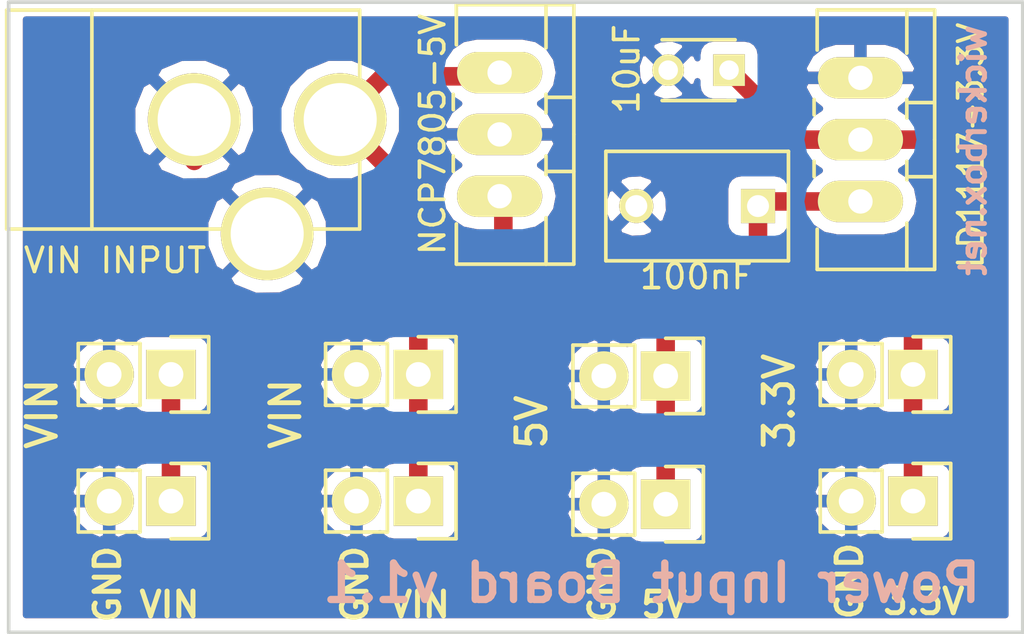
<source format=kicad_pcb>
(kicad_pcb (version 4) (host pcbnew 4.0.1-3.201512221402+6198~38~ubuntu14.04.1-stable)

  (general
    (links 25)
    (no_connects 0)
    (area 97.358139 85.3988 195.910202 129.870202)
    (thickness 1.6)
    (drawings 18)
    (tracks 32)
    (zones 0)
    (modules 13)
    (nets 5)
  )

  (page A4)
  (title_block
    (company "Released under the CERN Open Hardware License v1.2")
    (comment 1 jeh.wicker@gmail.com)
    (comment 2 "Jenner Hanni")
    (comment 3 "Wickerbox Electronics")
  )

  (layers
    (0 F.Cu signal)
    (31 B.Cu signal)
    (34 B.Paste user)
    (35 F.Paste user)
    (36 B.SilkS user)
    (37 F.SilkS user)
    (38 B.Mask user)
    (39 F.Mask user)
    (44 Edge.Cuts user)
    (46 B.CrtYd user)
    (47 F.CrtYd user)
    (48 B.Fab user)
    (49 F.Fab user)
  )

  (setup
    (last_trace_width 0.1524)
    (user_trace_width 0.1524)
    (user_trace_width 0.254)
    (user_trace_width 0.3302)
    (user_trace_width 0.508)
    (user_trace_width 0.762)
    (trace_clearance 0.254)
    (zone_clearance 0.508)
    (zone_45_only no)
    (trace_min 0.1524)
    (segment_width 0.2)
    (edge_width 0.15)
    (via_size 0.6858)
    (via_drill 0.3302)
    (via_min_size 0.6858)
    (via_min_drill 0.3302)
    (user_via 0.6858 0.3302)
    (user_via 0.762 0.4064)
    (user_via 0.8636 0.508)
    (uvia_size 0.762)
    (uvia_drill 0.508)
    (uvias_allowed no)
    (uvia_min_size 0)
    (uvia_min_drill 0)
    (pcb_text_width 0.3)
    (pcb_text_size 1.5 1.5)
    (mod_edge_width 0.15)
    (mod_text_size 1 1)
    (mod_text_width 0.15)
    (pad_size 3.5052 3.5052)
    (pad_drill 2.9972)
    (pad_to_mask_clearance 0.0762)
    (solder_mask_min_width 0.0762)
    (aux_axis_origin 0 0)
    (grid_origin 148.844 105.664)
    (visible_elements FFFEDF7D)
    (pcbplotparams
      (layerselection 0x3d0fc_80000001)
      (usegerberextensions true)
      (excludeedgelayer true)
      (linewidth 0.100000)
      (plotframeref false)
      (viasonmask false)
      (mode 1)
      (useauxorigin false)
      (hpglpennumber 1)
      (hpglpenspeed 20)
      (hpglpendiameter 15)
      (hpglpenoverlay 2)
      (psnegative false)
      (psa4output false)
      (plotreference true)
      (plotvalue true)
      (plotinvisibletext false)
      (padsonsilk false)
      (subtractmaskfromsilk false)
      (outputformat 1)
      (mirror false)
      (drillshape 0)
      (scaleselection 1)
      (outputdirectory gerbers))
  )

  (net 0 "")
  (net 1 GND)
  (net 2 +5V)
  (net 3 +3V3)
  (net 4 +9V)

  (net_class Default "This is the default net class."
    (clearance 0.254)
    (trace_width 0.1524)
    (via_dia 0.6858)
    (via_drill 0.3302)
    (uvia_dia 0.762)
    (uvia_drill 0.508)
    (add_net +3V3)
    (add_net +5V)
    (add_net +9V)
    (add_net GND)
  )

  (net_class Power ""
    (clearance 0.3302)
    (trace_width 0.508)
    (via_dia 0.762)
    (via_drill 0.4064)
    (uvia_dia 0.762)
    (uvia_drill 0.508)
  )

  (module Wickerlib:TO-220-NEUTRAL123-VERT-LONGPADS (layer F.Cu) (tedit 579D5D16) (tstamp 5743BF0F)
    (at 133.0325 92.0115 270)
    (descr "TO-220, Neutral, Vertical, Large Pads,")
    (tags "TO-220, Neutral, Vertical, Large Pads,")
    (path /5743BEF1)
    (fp_text reference LD1117-3.3V (at 0 0 270) (layer F.Fab)
      (effects (font (size 1 1) (thickness 0.15)))
    )
    (fp_text value LD1117-3.3V (at 0 3.81 270) (layer F.Fab) hide
      (effects (font (size 1 1) (thickness 0.15)))
    )
    (fp_line (start 5.5 2) (end 5.5 -3.25) (layer F.CrtYd) (width 0.05))
    (fp_line (start -5.5 2) (end 5.5 2) (layer F.CrtYd) (width 0.05))
    (fp_line (start -5.5 -3.25) (end -5.5 2) (layer F.CrtYd) (width 0.05))
    (fp_line (start 5.5 -3.25) (end -5.5 -3.25) (layer F.CrtYd) (width 0.05))
    (fp_line (start -3.5 -2) (end -5.5 -2) (layer F.Fab) (width 0.05))
    (fp_line (start -1.5 -2) (end -1.5 -3.25) (layer F.Fab) (width 0.05))
    (fp_line (start -1 -2) (end -1.5 -2) (layer F.Fab) (width 0.05))
    (fp_line (start 1.75 -2) (end 1.75 -3.25) (layer F.Fab) (width 0.05))
    (fp_line (start 1.75 -2) (end 0.75 -2) (layer F.Fab) (width 0.05))
    (fp_line (start 5.5 -2) (end 3.25 -2) (layer F.Fab) (width 0.05))
    (fp_line (start 5.5 -3) (end 5.5 -3.25) (layer F.Fab) (width 0.05))
    (fp_line (start 5.5 -3.25) (end -5.5 -3.25) (layer F.Fab) (width 0.05))
    (fp_line (start -5.5 2) (end -5.5 -3.25) (layer F.Fab) (width 0.05))
    (fp_line (start 5.5 2) (end -5.5 2) (layer F.Fab) (width 0.05))
    (fp_line (start 5.5 1.75) (end 5.5 2) (layer F.Fab) (width 0.05))
    (fp_line (start 5.5 -3) (end 5.5 1.75) (layer F.Fab) (width 0.05))
    (fp_text user %R (at 0.2413 -4.5339 270) (layer F.SilkS)
      (effects (font (size 1 1) (thickness 0.15)))
    )
    (fp_line (start 5.334 -1.905) (end 3.429 -1.905) (layer F.SilkS) (width 0.15))
    (fp_line (start 0.889 -1.905) (end 1.651 -1.905) (layer F.SilkS) (width 0.15))
    (fp_line (start -1.524 -1.905) (end -1.651 -1.905) (layer F.SilkS) (width 0.15))
    (fp_line (start -1.524 -1.905) (end -0.889 -1.905) (layer F.SilkS) (width 0.15))
    (fp_line (start -5.334 -1.905) (end -3.556 -1.905) (layer F.SilkS) (width 0.15))
    (fp_line (start -5.334 1.778) (end -3.683 1.778) (layer F.SilkS) (width 0.15))
    (fp_line (start -1.016 1.905) (end -1.651 1.905) (layer F.SilkS) (width 0.15))
    (fp_line (start 1.524 1.905) (end 0.889 1.905) (layer F.SilkS) (width 0.15))
    (fp_line (start 5.334 1.778) (end 3.683 1.778) (layer F.SilkS) (width 0.15))
    (fp_line (start -1.524 -3.048) (end -1.524 -1.905) (layer F.SilkS) (width 0.15))
    (fp_line (start 1.524 -3.048) (end 1.524 -1.905) (layer F.SilkS) (width 0.15))
    (fp_line (start 5.334 -1.905) (end 5.334 1.778) (layer F.SilkS) (width 0.15))
    (fp_line (start -5.334 1.778) (end -5.334 -1.905) (layer F.SilkS) (width 0.15))
    (fp_line (start 5.334 -3.048) (end 5.334 -1.905) (layer F.SilkS) (width 0.15))
    (fp_line (start -5.334 -1.905) (end -5.334 -3.048) (layer F.SilkS) (width 0.15))
    (fp_line (start 0 -3.048) (end -5.334 -3.048) (layer F.SilkS) (width 0.15))
    (fp_line (start 0 -3.048) (end 5.334 -3.048) (layer F.SilkS) (width 0.15))
    (pad 2 thru_hole oval (at 0 0) (size 3.50012 1.69926) (drill 1.00076) (layers *.Cu *.Mask F.SilkS)
      (net 3 +3V3))
    (pad 1 thru_hole oval (at -2.54 0) (size 3.50012 1.69926) (drill 1.00076) (layers *.Cu *.Mask F.SilkS)
      (net 1 GND))
    (pad 3 thru_hole oval (at 2.54 0) (size 3.50012 1.69926) (drill 1.00076) (layers *.Cu *.Mask F.SilkS)
      (net 2 +5V))
  )

  (module Wickerlib:CONN-BARREL-JACK-2.5x5.5MM-TH (layer F.Cu) (tedit 57954D06) (tstamp 5731473B)
    (at 105.46334 91.186)
    (descr "DC Barrel Jack")
    (tags "Power Jack")
    (path /57315B33)
    (fp_text reference "VIN INPUT" (at 0 0) (layer F.Fab)
      (effects (font (size 1 1) (thickness 0.15)))
    )
    (fp_text value BARREL_JACK (at 0 -2.75) (layer F.Fab) hide
      (effects (font (size 1 1) (thickness 0.15)))
    )
    (fp_line (start -7.75 7) (end 8.5 7) (layer F.CrtYd) (width 0.05))
    (fp_line (start -7.75 -4.75) (end -7.75 7) (layer F.CrtYd) (width 0.05))
    (fp_line (start 8.5 -4.75) (end -7.75 -4.75) (layer F.CrtYd) (width 0.05))
    (fp_line (start 8.5 7) (end 8.5 -4.75) (layer F.CrtYd) (width 0.05))
    (fp_circle (center 3 4.75) (end 4.5 6) (layer F.Fab) (width 0.05))
    (fp_circle (center 0 0) (end 1.25 1.5) (layer F.Fab) (width 0.05))
    (fp_circle (center 6.25 0) (end 7 1.75) (layer F.Fab) (width 0.05))
    (fp_circle (center 6.25 0) (end 6.5 0.25) (layer F.Fab) (width 0.4))
    (fp_line (start 8.5 -4.5) (end 7 -4.5) (layer F.Fab) (width 0.05))
    (fp_line (start 8.5 7) (end 8.5 -4.5) (layer F.Fab) (width 0.05))
    (fp_line (start -7.5 7) (end 8.5 7) (layer F.Fab) (width 0.05))
    (fp_line (start -7.5 4.5) (end -7.5 7) (layer F.Fab) (width 0.05))
    (fp_line (start -7.5 -4.5) (end -7.5 4.5) (layer F.Fab) (width 0.05))
    (fp_line (start 7 -4.5) (end -7.5 -4.5) (layer F.Fab) (width 0.05))
    (fp_text user %R (at -3.05054 5.7912) (layer F.SilkS)
      (effects (font (size 1 1) (thickness 0.15)))
    )
    (fp_line (start -4.0005 -4.50088) (end -4.0005 4.50088) (layer F.SilkS) (width 0.15))
    (fp_line (start -7.50062 -4.50088) (end -7.50062 4.50088) (layer F.SilkS) (width 0.15))
    (fp_line (start -7.50062 4.50088) (end 7.00024 4.50088) (layer F.SilkS) (width 0.15))
    (fp_line (start 7.00024 4.50088) (end 7.00024 -4.50088) (layer F.SilkS) (width 0.15))
    (fp_line (start 7.00024 -4.50088) (end -7.50062 -4.50088) (layer F.SilkS) (width 0.15))
    (pad 1 thru_hole circle (at 6.20014 0) (size 3.81 3.81) (drill 2.99974) (layers *.Cu *.Mask F.SilkS)
      (net 4 +9V))
    (pad 2 thru_hole circle (at 0.20066 0) (size 3.81 3.81) (drill 2.99974) (layers *.Cu *.Mask F.SilkS)
      (net 1 GND))
    (pad 3 thru_hole circle (at 3.2004 4.699) (size 3.81 3.81) (drill 2.99974) (layers *.Cu *.Mask F.SilkS)
      (net 1 GND))
  )

  (module Wickerlib:CONN-ONSHORE-SCREW-GREEN-2PIN-TH (layer F.Cu) (tedit 579D5B2F) (tstamp 5743BF0E)
    (at 135.1915 101.6635 270)
    (descr "Through hole pin header")
    (tags "pin header")
    (path /5743C67C)
    (fp_text reference J4A1 (at 0 1.27 270) (layer F.Fab)
      (effects (font (size 1 1) (thickness 0.15)))
    )
    (fp_text value SCREW (at -2.286 1.27 360) (layer F.Fab) hide
      (effects (font (size 1 1) (thickness 0.15)))
    )
    (fp_text user %R (at 1.778 -2.54 270) (layer F.SilkS) hide
      (effects (font (size 1 1) (thickness 0.15)))
    )
    (fp_line (start 1.27 1.27) (end 1.27 3.81) (layer F.SilkS) (width 0.15))
    (fp_line (start 1.55 -1.55) (end 1.55 0) (layer F.SilkS) (width 0.15))
    (fp_line (start -3.3 -1.75) (end -3.3 4.3) (layer F.CrtYd) (width 0.05))
    (fp_line (start 3.3 -1.75) (end 3.3 4.3) (layer F.CrtYd) (width 0.05))
    (fp_line (start -3.3 -1.75) (end 3.3 -1.74244) (layer F.CrtYd) (width 0.05))
    (fp_line (start -3.3 4.3) (end 3.3 4.3) (layer F.CrtYd) (width 0.05))
    (fp_line (start 1.27 1.27) (end -1.27 1.27) (layer F.SilkS) (width 0.15))
    (fp_line (start -1.55 0) (end -1.55 -1.55) (layer F.SilkS) (width 0.15))
    (fp_line (start -1.55 -1.55) (end 1.55 -1.55) (layer F.SilkS) (width 0.15))
    (fp_line (start -1.27 1.27) (end -1.27 3.81) (layer F.SilkS) (width 0.15))
    (fp_line (start -1.27 3.81) (end 1.27 3.81) (layer F.SilkS) (width 0.15))
    (fp_line (start -3.3 -1.75) (end 3.3 -1.74244) (layer F.Fab) (width 0.05))
    (fp_line (start -3.3 -1.75) (end -3.3 4.3) (layer F.Fab) (width 0.05))
    (fp_line (start 3.3 -1.75) (end 3.3 4.3) (layer F.Fab) (width 0.05))
    (fp_line (start -3.3 4.3) (end 3.3 4.3) (layer F.Fab) (width 0.05))
    (pad 1 thru_hole rect (at 0 0 270) (size 2.032 2.032) (drill 1.016) (layers *.Cu *.Mask F.SilkS)
      (net 3 +3V3))
    (pad 2 thru_hole oval (at 0 2.54 270) (size 2.032 2.032) (drill 1.016) (layers *.Cu *.Mask F.SilkS)
      (net 1 GND))
  )

  (module Wickerlib:CONN-ONSHORE-SCREW-GREEN-2PIN-TH (layer F.Cu) (tedit 579D5B2C) (tstamp 5743BF08)
    (at 125.0315 101.727 270)
    (descr "Through hole pin header")
    (tags "pin header")
    (path /5743C4F0)
    (fp_text reference J3A1 (at 0 1.27 270) (layer F.Fab)
      (effects (font (size 1 1) (thickness 0.15)))
    )
    (fp_text value SCREW (at -2.286 1.27 360) (layer F.Fab) hide
      (effects (font (size 1 1) (thickness 0.15)))
    )
    (fp_text user %R (at 1.778 -2.54 270) (layer F.SilkS) hide
      (effects (font (size 1 1) (thickness 0.15)))
    )
    (fp_line (start 1.27 1.27) (end 1.27 3.81) (layer F.SilkS) (width 0.15))
    (fp_line (start 1.55 -1.55) (end 1.55 0) (layer F.SilkS) (width 0.15))
    (fp_line (start -3.3 -1.75) (end -3.3 4.3) (layer F.CrtYd) (width 0.05))
    (fp_line (start 3.3 -1.75) (end 3.3 4.3) (layer F.CrtYd) (width 0.05))
    (fp_line (start -3.3 -1.75) (end 3.3 -1.74244) (layer F.CrtYd) (width 0.05))
    (fp_line (start -3.3 4.3) (end 3.3 4.3) (layer F.CrtYd) (width 0.05))
    (fp_line (start 1.27 1.27) (end -1.27 1.27) (layer F.SilkS) (width 0.15))
    (fp_line (start -1.55 0) (end -1.55 -1.55) (layer F.SilkS) (width 0.15))
    (fp_line (start -1.55 -1.55) (end 1.55 -1.55) (layer F.SilkS) (width 0.15))
    (fp_line (start -1.27 1.27) (end -1.27 3.81) (layer F.SilkS) (width 0.15))
    (fp_line (start -1.27 3.81) (end 1.27 3.81) (layer F.SilkS) (width 0.15))
    (fp_line (start -3.3 -1.75) (end 3.3 -1.74244) (layer F.Fab) (width 0.05))
    (fp_line (start -3.3 -1.75) (end -3.3 4.3) (layer F.Fab) (width 0.05))
    (fp_line (start 3.3 -1.75) (end 3.3 4.3) (layer F.Fab) (width 0.05))
    (fp_line (start -3.3 4.3) (end 3.3 4.3) (layer F.Fab) (width 0.05))
    (pad 1 thru_hole rect (at 0 0 270) (size 2.032 2.032) (drill 1.016) (layers *.Cu *.Mask F.SilkS)
      (net 2 +5V))
    (pad 2 thru_hole oval (at 0 2.54 270) (size 2.032 2.032) (drill 1.016) (layers *.Cu *.Mask F.SilkS)
      (net 1 GND))
  )

  (module Wickerlib:CONN-ONSHORE-SCREW-GREEN-2PIN-TH (layer F.Cu) (tedit 579D5B2A) (tstamp 5743BF02)
    (at 114.8715 101.6635 270)
    (descr "Through hole pin header")
    (tags "pin header")
    (path /5743BFDF)
    (fp_text reference J2A1 (at 0 1.27 270) (layer F.Fab)
      (effects (font (size 1 1) (thickness 0.15)))
    )
    (fp_text value SCREW (at -2.286 1.27 360) (layer F.Fab) hide
      (effects (font (size 1 1) (thickness 0.15)))
    )
    (fp_text user %R (at 1.778 -2.54 270) (layer F.SilkS) hide
      (effects (font (size 1 1) (thickness 0.15)))
    )
    (fp_line (start 1.27 1.27) (end 1.27 3.81) (layer F.SilkS) (width 0.15))
    (fp_line (start 1.55 -1.55) (end 1.55 0) (layer F.SilkS) (width 0.15))
    (fp_line (start -3.3 -1.75) (end -3.3 4.3) (layer F.CrtYd) (width 0.05))
    (fp_line (start 3.3 -1.75) (end 3.3 4.3) (layer F.CrtYd) (width 0.05))
    (fp_line (start -3.3 -1.75) (end 3.3 -1.74244) (layer F.CrtYd) (width 0.05))
    (fp_line (start -3.3 4.3) (end 3.3 4.3) (layer F.CrtYd) (width 0.05))
    (fp_line (start 1.27 1.27) (end -1.27 1.27) (layer F.SilkS) (width 0.15))
    (fp_line (start -1.55 0) (end -1.55 -1.55) (layer F.SilkS) (width 0.15))
    (fp_line (start -1.55 -1.55) (end 1.55 -1.55) (layer F.SilkS) (width 0.15))
    (fp_line (start -1.27 1.27) (end -1.27 3.81) (layer F.SilkS) (width 0.15))
    (fp_line (start -1.27 3.81) (end 1.27 3.81) (layer F.SilkS) (width 0.15))
    (fp_line (start -3.3 -1.75) (end 3.3 -1.74244) (layer F.Fab) (width 0.05))
    (fp_line (start -3.3 -1.75) (end -3.3 4.3) (layer F.Fab) (width 0.05))
    (fp_line (start 3.3 -1.75) (end 3.3 4.3) (layer F.Fab) (width 0.05))
    (fp_line (start -3.3 4.3) (end 3.3 4.3) (layer F.Fab) (width 0.05))
    (pad 1 thru_hole rect (at 0 0 270) (size 2.032 2.032) (drill 1.016) (layers *.Cu *.Mask F.SilkS)
      (net 4 +9V))
    (pad 2 thru_hole oval (at 0 2.54 270) (size 2.032 2.032) (drill 1.016) (layers *.Cu *.Mask F.SilkS)
      (net 1 GND))
  )

  (module Wickerlib:CONN-ONSHORE-SCREW-GREEN-2PIN-TH (layer F.Cu) (tedit 579D5B28) (tstamp 5743BEFC)
    (at 104.7115 101.6635 270)
    (descr "Through hole pin header")
    (tags "pin header")
    (path /5743B489)
    (fp_text reference J1A1 (at 0 1.27 270) (layer F.Fab)
      (effects (font (size 1 1) (thickness 0.15)))
    )
    (fp_text value SCREW (at -2.286 1.27 360) (layer F.Fab) hide
      (effects (font (size 1 1) (thickness 0.15)))
    )
    (fp_text user %R (at 1.778 -2.54 270) (layer F.SilkS) hide
      (effects (font (size 1 1) (thickness 0.15)))
    )
    (fp_line (start 1.27 1.27) (end 1.27 3.81) (layer F.SilkS) (width 0.15))
    (fp_line (start 1.55 -1.55) (end 1.55 0) (layer F.SilkS) (width 0.15))
    (fp_line (start -3.3 -1.75) (end -3.3 4.3) (layer F.CrtYd) (width 0.05))
    (fp_line (start 3.3 -1.75) (end 3.3 4.3) (layer F.CrtYd) (width 0.05))
    (fp_line (start -3.3 -1.75) (end 3.3 -1.74244) (layer F.CrtYd) (width 0.05))
    (fp_line (start -3.3 4.3) (end 3.3 4.3) (layer F.CrtYd) (width 0.05))
    (fp_line (start 1.27 1.27) (end -1.27 1.27) (layer F.SilkS) (width 0.15))
    (fp_line (start -1.55 0) (end -1.55 -1.55) (layer F.SilkS) (width 0.15))
    (fp_line (start -1.55 -1.55) (end 1.55 -1.55) (layer F.SilkS) (width 0.15))
    (fp_line (start -1.27 1.27) (end -1.27 3.81) (layer F.SilkS) (width 0.15))
    (fp_line (start -1.27 3.81) (end 1.27 3.81) (layer F.SilkS) (width 0.15))
    (fp_line (start -3.3 -1.75) (end 3.3 -1.74244) (layer F.Fab) (width 0.05))
    (fp_line (start -3.3 -1.75) (end -3.3 4.3) (layer F.Fab) (width 0.05))
    (fp_line (start 3.3 -1.75) (end 3.3 4.3) (layer F.Fab) (width 0.05))
    (fp_line (start -3.3 4.3) (end 3.3 4.3) (layer F.Fab) (width 0.05))
    (pad 1 thru_hole rect (at 0 0 270) (size 2.032 2.032) (drill 1.016) (layers *.Cu *.Mask F.SilkS)
      (net 4 +9V))
    (pad 2 thru_hole oval (at 0 2.54 270) (size 2.032 2.032) (drill 1.016) (layers *.Cu *.Mask F.SilkS)
      (net 1 GND))
  )

  (module Wickerlib:TO-220-NEUTRAL123-VERT-LONGPADS (layer F.Cu) (tedit 579D5D16) (tstamp 57314742)
    (at 118.2116 91.7956 270)
    (descr "TO-220, Neutral, Vertical, Large Pads,")
    (tags "TO-220, Neutral, Vertical, Large Pads,")
    (path /573180B5)
    (fp_text reference NCP7805-5V (at 0 0 270) (layer F.Fab)
      (effects (font (size 1 1) (thickness 0.15)))
    )
    (fp_text value NCP7805-5V (at 0 3.81 270) (layer F.Fab) hide
      (effects (font (size 1 1) (thickness 0.15)))
    )
    (fp_line (start 5.5 2) (end 5.5 -3.25) (layer F.CrtYd) (width 0.05))
    (fp_line (start -5.5 2) (end 5.5 2) (layer F.CrtYd) (width 0.05))
    (fp_line (start -5.5 -3.25) (end -5.5 2) (layer F.CrtYd) (width 0.05))
    (fp_line (start 5.5 -3.25) (end -5.5 -3.25) (layer F.CrtYd) (width 0.05))
    (fp_line (start -3.5 -2) (end -5.5 -2) (layer F.Fab) (width 0.05))
    (fp_line (start -1.5 -2) (end -1.5 -3.25) (layer F.Fab) (width 0.05))
    (fp_line (start -1 -2) (end -1.5 -2) (layer F.Fab) (width 0.05))
    (fp_line (start 1.75 -2) (end 1.75 -3.25) (layer F.Fab) (width 0.05))
    (fp_line (start 1.75 -2) (end 0.75 -2) (layer F.Fab) (width 0.05))
    (fp_line (start 5.5 -2) (end 3.25 -2) (layer F.Fab) (width 0.05))
    (fp_line (start 5.5 -3) (end 5.5 -3.25) (layer F.Fab) (width 0.05))
    (fp_line (start 5.5 -3.25) (end -5.5 -3.25) (layer F.Fab) (width 0.05))
    (fp_line (start -5.5 2) (end -5.5 -3.25) (layer F.Fab) (width 0.05))
    (fp_line (start 5.5 2) (end -5.5 2) (layer F.Fab) (width 0.05))
    (fp_line (start 5.5 1.75) (end 5.5 2) (layer F.Fab) (width 0.05))
    (fp_line (start 5.5 -3) (end 5.5 1.75) (layer F.Fab) (width 0.05))
    (fp_text user %R (at 0 2.75 270) (layer F.SilkS)
      (effects (font (size 1 1) (thickness 0.15)))
    )
    (fp_line (start 5.334 -1.905) (end 3.429 -1.905) (layer F.SilkS) (width 0.15))
    (fp_line (start 0.889 -1.905) (end 1.651 -1.905) (layer F.SilkS) (width 0.15))
    (fp_line (start -1.524 -1.905) (end -1.651 -1.905) (layer F.SilkS) (width 0.15))
    (fp_line (start -1.524 -1.905) (end -0.889 -1.905) (layer F.SilkS) (width 0.15))
    (fp_line (start -5.334 -1.905) (end -3.556 -1.905) (layer F.SilkS) (width 0.15))
    (fp_line (start -5.334 1.778) (end -3.683 1.778) (layer F.SilkS) (width 0.15))
    (fp_line (start -1.016 1.905) (end -1.651 1.905) (layer F.SilkS) (width 0.15))
    (fp_line (start 1.524 1.905) (end 0.889 1.905) (layer F.SilkS) (width 0.15))
    (fp_line (start 5.334 1.778) (end 3.683 1.778) (layer F.SilkS) (width 0.15))
    (fp_line (start -1.524 -3.048) (end -1.524 -1.905) (layer F.SilkS) (width 0.15))
    (fp_line (start 1.524 -3.048) (end 1.524 -1.905) (layer F.SilkS) (width 0.15))
    (fp_line (start 5.334 -1.905) (end 5.334 1.778) (layer F.SilkS) (width 0.15))
    (fp_line (start -5.334 1.778) (end -5.334 -1.905) (layer F.SilkS) (width 0.15))
    (fp_line (start 5.334 -3.048) (end 5.334 -1.905) (layer F.SilkS) (width 0.15))
    (fp_line (start -5.334 -1.905) (end -5.334 -3.048) (layer F.SilkS) (width 0.15))
    (fp_line (start 0 -3.048) (end -5.334 -3.048) (layer F.SilkS) (width 0.15))
    (fp_line (start 0 -3.048) (end 5.334 -3.048) (layer F.SilkS) (width 0.15))
    (pad 2 thru_hole oval (at 0 0) (size 3.50012 1.69926) (drill 1.00076) (layers *.Cu *.Mask F.SilkS)
      (net 1 GND))
    (pad 1 thru_hole oval (at -2.54 0) (size 3.50012 1.69926) (drill 1.00076) (layers *.Cu *.Mask F.SilkS)
      (net 4 +9V))
    (pad 3 thru_hole oval (at 2.54 0) (size 3.50012 1.69926) (drill 1.00076) (layers *.Cu *.Mask F.SilkS)
      (net 2 +5V))
  )

  (module Wickerlib:CAP-DISC-D7.5MM-P5MM (layer F.Cu) (tedit 579D5E22) (tstamp 5743BEED)
    (at 128.825 94.742 180)
    (descr "Capacitor 7.5mm Disc, Pitch 5mm")
    (tags Capacitor)
    (path /5743F7F6)
    (fp_text reference 100nF (at 2.45 0 180) (layer F.Fab)
      (effects (font (size 1 1) (thickness 0.15)))
    )
    (fp_text value 100nF (at 2.5 3.5 180) (layer F.Fab) hide
      (effects (font (size 1 1) (thickness 0.15)))
    )
    (fp_text user %R (at 2.5362 -2.8956 180) (layer F.SilkS)
      (effects (font (size 1 1) (thickness 0.15)))
    )
    (fp_line (start -1.5 -2.5) (end 6.5 -2.5) (layer F.Fab) (width 0.05))
    (fp_line (start -1.5 2.5) (end -1.5 -2.5) (layer F.Fab) (width 0.05))
    (fp_line (start 6.5 2.5) (end -1.5 2.5) (layer F.Fab) (width 0.05))
    (fp_line (start 6.5 -2.5) (end 6.5 2.5) (layer F.Fab) (width 0.05))
    (fp_line (start -1.5 -2.5) (end 6.5 -2.5) (layer F.CrtYd) (width 0.05))
    (fp_line (start 6.5 -2.5) (end 6.5 2.5) (layer F.CrtYd) (width 0.05))
    (fp_line (start 6.5 2.5) (end -1.5 2.5) (layer F.CrtYd) (width 0.05))
    (fp_line (start -1.5 2.5) (end -1.5 -2.5) (layer F.CrtYd) (width 0.05))
    (fp_line (start -1.25 -2.25) (end 6.25 -2.25) (layer F.SilkS) (width 0.15))
    (fp_line (start 6.25 -2.25) (end 6.25 2.25) (layer F.SilkS) (width 0.15))
    (fp_line (start 6.25 2.25) (end -1.25 2.25) (layer F.SilkS) (width 0.15))
    (fp_line (start -1.25 2.25) (end -1.25 -2.25) (layer F.SilkS) (width 0.15))
    (pad 1 thru_hole rect (at 0 0 180) (size 1.4 1.4) (drill 0.9) (layers *.Cu *.Mask F.SilkS)
      (net 2 +5V))
    (pad 2 thru_hole circle (at 5 0 180) (size 1.4 1.4) (drill 0.9) (layers *.Cu *.Mask F.SilkS)
      (net 1 GND))
  )

  (module Wickerlib:CAP-DISC-D3MM-P2.5MM (layer F.Cu) (tedit 579D5E53) (tstamp 5743BEF2)
    (at 127.635 89.154 180)
    (descr "Capacitor 3mm Disc, Pitch 2.5mm")
    (tags Capacitor)
    (path /57441B77)
    (fp_text reference 10uF (at 1.25 0 360) (layer F.Fab)
      (effects (font (size 1 1) (thickness 0.15)))
    )
    (fp_text value 10uF (at 1.25 2.5 180) (layer F.Fab) hide
      (effects (font (size 1 1) (thickness 0.15)))
    )
    (fp_text user %R (at 4.2 0.05 270) (layer F.SilkS)
      (effects (font (size 1 1) (thickness 0.15)))
    )
    (fp_line (start -0.9 -1.5) (end 3.4 -1.5) (layer F.Fab) (width 0.05))
    (fp_line (start -0.9 1.5) (end -0.9 -1.5) (layer F.Fab) (width 0.05))
    (fp_line (start 3.4 1.5) (end -0.9 1.5) (layer F.Fab) (width 0.05))
    (fp_line (start 3.4 -1.5) (end 3.4 1.5) (layer F.Fab) (width 0.05))
    (fp_line (start -0.9 -1.5) (end 3.4 -1.5) (layer F.CrtYd) (width 0.05))
    (fp_line (start 3.4 -1.5) (end 3.4 1.5) (layer F.CrtYd) (width 0.05))
    (fp_line (start 3.4 1.5) (end -0.9 1.5) (layer F.CrtYd) (width 0.05))
    (fp_line (start -0.9 1.5) (end -0.9 -1.5) (layer F.CrtYd) (width 0.05))
    (fp_line (start -0.25 -1.25) (end 2.75 -1.25) (layer F.SilkS) (width 0.15))
    (fp_line (start 2.75 1.25) (end -0.25 1.25) (layer F.SilkS) (width 0.15))
    (pad 1 thru_hole rect (at 0 0 180) (size 1.3 1.3) (drill 0.8) (layers *.Cu *.Mask F.SilkS)
      (net 3 +3V3))
    (pad 2 thru_hole circle (at 2.5 0 180) (size 1.3 1.3) (drill 0.8001) (layers *.Cu *.Mask F.SilkS)
      (net 1 GND))
  )

  (module Wickerlib:CONN-HEADER-STRAIGHT-P2.54MM-1x02 (layer F.Cu) (tedit 579D5F5F) (tstamp 57314734)
    (at 135.1915 106.8705 270)
    (descr "Through hole pin header")
    (tags "pin header")
    (path /5743BF31)
    (fp_text reference J4 (at 0 1.25 360) (layer F.Fab)
      (effects (font (size 1 1) (thickness 0.15)))
    )
    (fp_text value HEADER (at 0 -3.1 270) (layer F.Fab) hide
      (effects (font (size 1 1) (thickness 0.15)))
    )
    (fp_line (start 1.75 4.25) (end 1.75 -1.75) (layer F.Fab) (width 0.05))
    (fp_line (start 1.75 4.25) (end -1.75 4.25) (layer F.Fab) (width 0.05))
    (fp_line (start -1.75 -1.75) (end -1.75 4.25) (layer F.Fab) (width 0.05))
    (fp_line (start 1.75 -1.75) (end -1.75 -1.75) (layer F.Fab) (width 0.05))
    (fp_text user %R (at 0 5.334 270) (layer F.SilkS) hide
      (effects (font (size 1 1) (thickness 0.15)))
    )
    (fp_circle (center 0 0) (end 0.15 0.25) (layer F.Fab) (width 0.4))
    (fp_line (start 1.27 1.27) (end 1.27 3.81) (layer F.SilkS) (width 0.15))
    (fp_line (start 1.55 -1.55) (end 1.55 0) (layer F.SilkS) (width 0.15))
    (fp_line (start -1.75 -1.75) (end -1.75 4.3) (layer F.CrtYd) (width 0.05))
    (fp_line (start 1.75 -1.75) (end 1.75 4.3) (layer F.CrtYd) (width 0.05))
    (fp_line (start -1.75 -1.75) (end 1.75 -1.75) (layer F.CrtYd) (width 0.05))
    (fp_line (start -1.75 4.3) (end 1.75 4.3) (layer F.CrtYd) (width 0.05))
    (fp_line (start 1.27 1.27) (end -1.27 1.27) (layer F.SilkS) (width 0.15))
    (fp_line (start -1.55 0) (end -1.55 -1.55) (layer F.SilkS) (width 0.15))
    (fp_line (start -1.55 -1.55) (end 1.55 -1.55) (layer F.SilkS) (width 0.15))
    (fp_line (start -1.27 1.27) (end -1.27 3.81) (layer F.SilkS) (width 0.15))
    (fp_line (start -1.27 3.81) (end 1.27 3.81) (layer F.SilkS) (width 0.15))
    (pad 1 thru_hole rect (at 0 0 270) (size 2.032 2.032) (drill 1.016) (layers *.Cu *.Mask F.SilkS)
      (net 3 +3V3))
    (pad 2 thru_hole oval (at 0 2.54 270) (size 2.032 2.032) (drill 1.016) (layers *.Cu *.Mask F.SilkS)
      (net 1 GND))
  )

  (module Wickerlib:CONN-HEADER-STRAIGHT-P2.54MM-1x02 (layer F.Cu) (tedit 579D5F61) (tstamp 5731472E)
    (at 125.0315 106.9975 270)
    (descr "Through hole pin header")
    (tags "pin header")
    (path /5743BEAE)
    (fp_text reference J3 (at 0 1.25 360) (layer F.Fab)
      (effects (font (size 1 1) (thickness 0.15)))
    )
    (fp_text value HEADER (at 0 -3.1 270) (layer F.Fab) hide
      (effects (font (size 1 1) (thickness 0.15)))
    )
    (fp_line (start 1.75 4.25) (end 1.75 -1.75) (layer F.Fab) (width 0.05))
    (fp_line (start 1.75 4.25) (end -1.75 4.25) (layer F.Fab) (width 0.05))
    (fp_line (start -1.75 -1.75) (end -1.75 4.25) (layer F.Fab) (width 0.05))
    (fp_line (start 1.75 -1.75) (end -1.75 -1.75) (layer F.Fab) (width 0.05))
    (fp_text user %R (at 0 5.334 270) (layer F.SilkS) hide
      (effects (font (size 1 1) (thickness 0.15)))
    )
    (fp_circle (center 0 0) (end 0.15 0.25) (layer F.Fab) (width 0.4))
    (fp_line (start 1.27 1.27) (end 1.27 3.81) (layer F.SilkS) (width 0.15))
    (fp_line (start 1.55 -1.55) (end 1.55 0) (layer F.SilkS) (width 0.15))
    (fp_line (start -1.75 -1.75) (end -1.75 4.3) (layer F.CrtYd) (width 0.05))
    (fp_line (start 1.75 -1.75) (end 1.75 4.3) (layer F.CrtYd) (width 0.05))
    (fp_line (start -1.75 -1.75) (end 1.75 -1.75) (layer F.CrtYd) (width 0.05))
    (fp_line (start -1.75 4.3) (end 1.75 4.3) (layer F.CrtYd) (width 0.05))
    (fp_line (start 1.27 1.27) (end -1.27 1.27) (layer F.SilkS) (width 0.15))
    (fp_line (start -1.55 0) (end -1.55 -1.55) (layer F.SilkS) (width 0.15))
    (fp_line (start -1.55 -1.55) (end 1.55 -1.55) (layer F.SilkS) (width 0.15))
    (fp_line (start -1.27 1.27) (end -1.27 3.81) (layer F.SilkS) (width 0.15))
    (fp_line (start -1.27 3.81) (end 1.27 3.81) (layer F.SilkS) (width 0.15))
    (pad 1 thru_hole rect (at 0 0 270) (size 2.032 2.032) (drill 1.016) (layers *.Cu *.Mask F.SilkS)
      (net 2 +5V))
    (pad 2 thru_hole oval (at 0 2.54 270) (size 2.032 2.032) (drill 1.016) (layers *.Cu *.Mask F.SilkS)
      (net 1 GND))
  )

  (module Wickerlib:CONN-HEADER-STRAIGHT-P2.54MM-1x02 (layer F.Cu) (tedit 579D5F64) (tstamp 57314728)
    (at 114.8715 106.8705 270)
    (descr "Through hole pin header")
    (tags "pin header")
    (path /5743BE24)
    (fp_text reference J2 (at 0 1.25 360) (layer F.Fab)
      (effects (font (size 1 1) (thickness 0.15)))
    )
    (fp_text value HEADER (at 0 -3.1 270) (layer F.Fab) hide
      (effects (font (size 1 1) (thickness 0.15)))
    )
    (fp_line (start 1.75 4.25) (end 1.75 -1.75) (layer F.Fab) (width 0.05))
    (fp_line (start 1.75 4.25) (end -1.75 4.25) (layer F.Fab) (width 0.05))
    (fp_line (start -1.75 -1.75) (end -1.75 4.25) (layer F.Fab) (width 0.05))
    (fp_line (start 1.75 -1.75) (end -1.75 -1.75) (layer F.Fab) (width 0.05))
    (fp_text user %R (at 0 5.334 270) (layer F.SilkS) hide
      (effects (font (size 1 1) (thickness 0.15)))
    )
    (fp_circle (center 0 0) (end 0.15 0.25) (layer F.Fab) (width 0.4))
    (fp_line (start 1.27 1.27) (end 1.27 3.81) (layer F.SilkS) (width 0.15))
    (fp_line (start 1.55 -1.55) (end 1.55 0) (layer F.SilkS) (width 0.15))
    (fp_line (start -1.75 -1.75) (end -1.75 4.3) (layer F.CrtYd) (width 0.05))
    (fp_line (start 1.75 -1.75) (end 1.75 4.3) (layer F.CrtYd) (width 0.05))
    (fp_line (start -1.75 -1.75) (end 1.75 -1.75) (layer F.CrtYd) (width 0.05))
    (fp_line (start -1.75 4.3) (end 1.75 4.3) (layer F.CrtYd) (width 0.05))
    (fp_line (start 1.27 1.27) (end -1.27 1.27) (layer F.SilkS) (width 0.15))
    (fp_line (start -1.55 0) (end -1.55 -1.55) (layer F.SilkS) (width 0.15))
    (fp_line (start -1.55 -1.55) (end 1.55 -1.55) (layer F.SilkS) (width 0.15))
    (fp_line (start -1.27 1.27) (end -1.27 3.81) (layer F.SilkS) (width 0.15))
    (fp_line (start -1.27 3.81) (end 1.27 3.81) (layer F.SilkS) (width 0.15))
    (pad 1 thru_hole rect (at 0 0 270) (size 2.032 2.032) (drill 1.016) (layers *.Cu *.Mask F.SilkS)
      (net 4 +9V))
    (pad 2 thru_hole oval (at 0 2.54 270) (size 2.032 2.032) (drill 1.016) (layers *.Cu *.Mask F.SilkS)
      (net 1 GND))
  )

  (module Wickerlib:CONN-HEADER-STRAIGHT-P2.54MM-1x02 (layer F.Cu) (tedit 579D5F66) (tstamp 57314722)
    (at 104.7115 106.8705 270)
    (descr "Through hole pin header")
    (tags "pin header")
    (path /57318C24)
    (fp_text reference J1 (at 0 1.25 360) (layer F.Fab)
      (effects (font (size 1 1) (thickness 0.15)))
    )
    (fp_text value HEADER (at 0 -3.1 270) (layer F.Fab) hide
      (effects (font (size 1 1) (thickness 0.15)))
    )
    (fp_line (start 1.75 4.25) (end 1.75 -1.75) (layer F.Fab) (width 0.05))
    (fp_line (start 1.75 4.25) (end -1.75 4.25) (layer F.Fab) (width 0.05))
    (fp_line (start -1.75 -1.75) (end -1.75 4.25) (layer F.Fab) (width 0.05))
    (fp_line (start 1.75 -1.75) (end -1.75 -1.75) (layer F.Fab) (width 0.05))
    (fp_text user %R (at 0 5.334 270) (layer F.SilkS) hide
      (effects (font (size 1 1) (thickness 0.15)))
    )
    (fp_circle (center 0 0) (end 0.15 0.25) (layer F.Fab) (width 0.4))
    (fp_line (start 1.27 1.27) (end 1.27 3.81) (layer F.SilkS) (width 0.15))
    (fp_line (start 1.55 -1.55) (end 1.55 0) (layer F.SilkS) (width 0.15))
    (fp_line (start -1.75 -1.75) (end -1.75 4.3) (layer F.CrtYd) (width 0.05))
    (fp_line (start 1.75 -1.75) (end 1.75 4.3) (layer F.CrtYd) (width 0.05))
    (fp_line (start -1.75 -1.75) (end 1.75 -1.75) (layer F.CrtYd) (width 0.05))
    (fp_line (start -1.75 4.3) (end 1.75 4.3) (layer F.CrtYd) (width 0.05))
    (fp_line (start 1.27 1.27) (end -1.27 1.27) (layer F.SilkS) (width 0.15))
    (fp_line (start -1.55 0) (end -1.55 -1.55) (layer F.SilkS) (width 0.15))
    (fp_line (start -1.55 -1.55) (end 1.55 -1.55) (layer F.SilkS) (width 0.15))
    (fp_line (start -1.27 1.27) (end -1.27 3.81) (layer F.SilkS) (width 0.15))
    (fp_line (start -1.27 3.81) (end 1.27 3.81) (layer F.SilkS) (width 0.15))
    (pad 1 thru_hole rect (at 0 0 270) (size 2.032 2.032) (drill 1.016) (layers *.Cu *.Mask F.SilkS)
      (net 4 +9V))
    (pad 2 thru_hole oval (at 0 2.54 270) (size 2.032 2.032) (drill 1.016) (layers *.Cu *.Mask F.SilkS)
      (net 1 GND))
  )

  (gr_text 3.3V (at 129.6924 102.7684 90) (layer F.SilkS) (tstamp 579DF875)
    (effects (font (size 1.2 1.2) (thickness 0.2)))
  )
  (gr_text 5V (at 119.5324 103.625543 90) (layer F.SilkS) (tstamp 579DF874)
    (effects (font (size 1.2 1.2) (thickness 0.2)))
  )
  (gr_text VIN (at 109.4232 103.282686 90) (layer F.SilkS) (tstamp 579DF873)
    (effects (font (size 1.2 1.2) (thickness 0.2)))
  )
  (gr_text VIN (at 99.4156 103.282686 90) (layer F.SilkS)
    (effects (font (size 1.2 1.2) (thickness 0.2)))
  )
  (gr_text wickerbox.net (at 137.668 92.456 90) (layer B.SilkS) (tstamp 5743C812)
    (effects (font (size 1.016 1.016) (thickness 0.2032)) (justify mirror))
  )
  (gr_text "Power Input Board v1.1" (at 124.46 110.236) (layer B.SilkS)
    (effects (font (size 1.5 1.5) (thickness 0.3)) (justify mirror))
  )
  (gr_text 5V (at 124.968 111.125) (layer F.SilkS) (tstamp 56EFB4E8)
    (effects (font (size 1.016 1.016) (thickness 0.2032)))
  )
  (gr_text GND (at 132.588 110.16101 90) (layer F.SilkS) (tstamp 56EFB4E5)
    (effects (font (size 1.016 1.016) (thickness 0.2032)))
  )
  (gr_line (start 98.044 86.36) (end 139.7 86.36) (layer Edge.Cuts) (width 0.15))
  (gr_line (start 98.044 112.268) (end 98.044 86.36) (layer Edge.Cuts) (width 0.15))
  (gr_line (start 139.7 112.268) (end 98.044 112.268) (layer Edge.Cuts) (width 0.15))
  (gr_line (start 139.7 86.36) (end 139.7 112.268) (layer Edge.Cuts) (width 0.15))
  (gr_text 3.3V (at 135.636 110.998) (layer F.SilkS) (tstamp 56EFB4E9)
    (effects (font (size 1.016 1.016) (thickness 0.2032)))
  )
  (gr_text GND (at 122.428 110.28801 90) (layer F.SilkS) (tstamp 56EFB4E4)
    (effects (font (size 1.016 1.016) (thickness 0.2032)))
  )
  (gr_text VIN (at 114.935 111.125) (layer F.SilkS) (tstamp 56EFB454)
    (effects (font (size 1.016 1.016) (thickness 0.2032)))
  )
  (gr_text GND (at 112.268 110.28801 90) (layer F.SilkS) (tstamp 56EFB41B)
    (effects (font (size 1.016 1.016) (thickness 0.2032)))
  )
  (gr_text GND (at 102.108 110.28801 90) (layer F.SilkS) (tstamp 56EFB416)
    (effects (font (size 1.016 1.016) (thickness 0.2032)))
  )
  (gr_text VIN (at 104.648 111.125) (layer F.SilkS)
    (effects (font (size 1.016 1.016) (thickness 0.2032)))
  )

  (segment (start 195.58 96.52) (end 195.58 129.54) (width 0.1524) (layer Dwgs.User) (net 0))
  (segment (start 108.66374 95.96374) (end 108.66374 95.885) (width 0.762) (layer B.Cu) (net 1))
  (segment (start 105.664 91.186) (end 105.664 92.88526) (width 0.762) (layer F.Cu) (net 1))
  (segment (start 108.41816 95.885) (end 108.66374 95.885) (width 0.762) (layer F.Cu) (net 1))
  (segment (start 125.0315 106.9975) (end 125.0315 101.727) (width 0.762) (layer F.Cu) (net 2))
  (segment (start 126.985 98.044) (end 124.968 98.044) (width 0.762) (layer F.Cu) (net 2))
  (segment (start 125.0315 101.727) (end 125.0315 98.1075) (width 0.762) (layer F.Cu) (net 2))
  (segment (start 124.968 98.044) (end 120.30837 98.044) (width 0.762) (layer F.Cu) (net 2))
  (segment (start 125.0315 98.1075) (end 124.968 98.044) (width 0.762) (layer F.Cu) (net 2))
  (segment (start 128.825 94.742) (end 128.825 96.204) (width 0.762) (layer F.Cu) (net 2))
  (segment (start 118.364 96.09963) (end 118.364 94.488) (width 0.762) (layer F.Cu) (net 2))
  (segment (start 128.825 96.204) (end 126.985 98.044) (width 0.762) (layer F.Cu) (net 2))
  (segment (start 120.30837 98.044) (end 118.364 96.09963) (width 0.762) (layer F.Cu) (net 2))
  (segment (start 133.0325 94.5515) (end 129.0155 94.5515) (width 0.762) (layer F.Cu) (net 2))
  (segment (start 129.0155 94.5515) (end 128.825 94.742) (width 0.762) (layer F.Cu) (net 2))
  (segment (start 135.1915 101.6635) (end 135.1915 106.8705) (width 0.762) (layer F.Cu) (net 3))
  (segment (start 137.00506 93.472) (end 137.00506 98.07194) (width 0.762) (layer F.Cu) (net 3))
  (segment (start 137.00506 98.07194) (end 135.1915 99.8855) (width 0.762) (layer F.Cu) (net 3))
  (segment (start 135.1915 99.8855) (end 135.1915 101.6635) (width 0.762) (layer F.Cu) (net 3))
  (segment (start 133.0325 92.0115) (end 135.54456 92.0115) (width 0.762) (layer F.Cu) (net 3))
  (segment (start 135.54456 92.0115) (end 137.00506 93.472) (width 0.762) (layer F.Cu) (net 3))
  (segment (start 133.0325 92.0115) (end 130.4925 92.0115) (width 0.762) (layer F.Cu) (net 3))
  (segment (start 130.4925 92.0115) (end 127.635 89.154) (width 0.762) (layer F.Cu) (net 3))
  (segment (start 114.8715 104.14) (end 114.8715 101.6635) (width 0.762) (layer F.Cu) (net 4))
  (segment (start 114.8715 106.8705) (end 114.8715 104.14) (width 0.762) (layer F.Cu) (net 4))
  (segment (start 114.8715 104.14) (end 104.7115 104.14) (width 0.762) (layer F.Cu) (net 4))
  (segment (start 104.7115 106.8705) (end 104.7115 104.14) (width 0.762) (layer F.Cu) (net 4))
  (segment (start 104.7115 104.14) (end 104.7115 101.6635) (width 0.762) (layer F.Cu) (net 4))
  (segment (start 114.8715 101.6635) (end 114.8715 94.39402) (width 0.762) (layer F.Cu) (net 4))
  (segment (start 114.8715 94.39402) (end 111.66348 91.186) (width 0.762) (layer F.Cu) (net 4))
  (segment (start 111.66348 91.186) (end 113.44148 89.408) (width 0.762) (layer F.Cu) (net 4))
  (segment (start 113.44148 89.408) (end 118.364 89.408) (width 0.762) (layer F.Cu) (net 4))

  (zone (net 1) (net_name GND) (layer F.Cu) (tstamp 0) (hatch edge 0.508)
    (connect_pads (clearance 0.508))
    (min_thickness 0.254)
    (fill yes (arc_segments 16) (thermal_gap 0.508) (thermal_bridge_width 0.508))
    (polygon
      (pts
        (xy 139.7 86.36) (xy 139.7 112.268) (xy 98.044 112.268) (xy 98.044 86.36)
      )
    )
    (filled_polygon
      (pts
        (xy 138.99 111.558) (xy 98.754 111.558) (xy 98.754 107.253446) (xy 100.565517 107.253446) (xy 100.834312 107.838879)
        (xy 101.306682 108.276885) (xy 101.788556 108.476475) (xy 102.0445 108.357336) (xy 102.0445 106.9975) (xy 100.684133 106.9975)
        (xy 100.565517 107.253446) (xy 98.754 107.253446) (xy 98.754 106.487554) (xy 100.565517 106.487554) (xy 100.684133 106.7435)
        (xy 102.0445 106.7435) (xy 102.0445 105.383664) (xy 101.788556 105.264525) (xy 101.306682 105.464115) (xy 100.834312 105.902121)
        (xy 100.565517 106.487554) (xy 98.754 106.487554) (xy 98.754 102.046446) (xy 100.565517 102.046446) (xy 100.834312 102.631879)
        (xy 101.306682 103.069885) (xy 101.788556 103.269475) (xy 102.0445 103.150336) (xy 102.0445 101.7905) (xy 100.684133 101.7905)
        (xy 100.565517 102.046446) (xy 98.754 102.046446) (xy 98.754 101.280554) (xy 100.565517 101.280554) (xy 100.684133 101.5365)
        (xy 102.0445 101.5365) (xy 102.0445 100.176664) (xy 102.2985 100.176664) (xy 102.2985 101.5365) (xy 102.3185 101.5365)
        (xy 102.3185 101.7905) (xy 102.2985 101.7905) (xy 102.2985 103.150336) (xy 102.554444 103.269475) (xy 103.036318 103.069885)
        (xy 103.133898 102.979403) (xy 103.23141 103.130941) (xy 103.44361 103.275931) (xy 103.6955 103.32694) (xy 103.6955 105.20706)
        (xy 103.460183 105.251338) (xy 103.244059 105.39041) (xy 103.13266 105.553448) (xy 103.036318 105.464115) (xy 102.554444 105.264525)
        (xy 102.2985 105.383664) (xy 102.2985 106.7435) (xy 102.3185 106.7435) (xy 102.3185 106.9975) (xy 102.2985 106.9975)
        (xy 102.2985 108.357336) (xy 102.554444 108.476475) (xy 103.036318 108.276885) (xy 103.133898 108.186403) (xy 103.23141 108.337941)
        (xy 103.44361 108.482931) (xy 103.6955 108.53394) (xy 105.7275 108.53394) (xy 105.962817 108.489662) (xy 106.178941 108.35059)
        (xy 106.323931 108.13839) (xy 106.37494 107.8865) (xy 106.37494 107.253446) (xy 110.725517 107.253446) (xy 110.994312 107.838879)
        (xy 111.466682 108.276885) (xy 111.948556 108.476475) (xy 112.2045 108.357336) (xy 112.2045 106.9975) (xy 110.844133 106.9975)
        (xy 110.725517 107.253446) (xy 106.37494 107.253446) (xy 106.37494 106.487554) (xy 110.725517 106.487554) (xy 110.844133 106.7435)
        (xy 112.2045 106.7435) (xy 112.2045 105.383664) (xy 111.948556 105.264525) (xy 111.466682 105.464115) (xy 110.994312 105.902121)
        (xy 110.725517 106.487554) (xy 106.37494 106.487554) (xy 106.37494 105.8545) (xy 106.330662 105.619183) (xy 106.19159 105.403059)
        (xy 105.97939 105.258069) (xy 105.7275 105.20706) (xy 105.7275 105.156) (xy 113.8555 105.156) (xy 113.8555 105.20706)
        (xy 113.620183 105.251338) (xy 113.404059 105.39041) (xy 113.29266 105.553448) (xy 113.196318 105.464115) (xy 112.714444 105.264525)
        (xy 112.4585 105.383664) (xy 112.4585 106.7435) (xy 112.4785 106.7435) (xy 112.4785 106.9975) (xy 112.4585 106.9975)
        (xy 112.4585 108.357336) (xy 112.714444 108.476475) (xy 113.196318 108.276885) (xy 113.293898 108.186403) (xy 113.39141 108.337941)
        (xy 113.60361 108.482931) (xy 113.8555 108.53394) (xy 115.8875 108.53394) (xy 116.122817 108.489662) (xy 116.338941 108.35059)
        (xy 116.483931 108.13839) (xy 116.53494 107.8865) (xy 116.53494 107.380446) (xy 120.885517 107.380446) (xy 121.154312 107.965879)
        (xy 121.626682 108.403885) (xy 122.108556 108.603475) (xy 122.3645 108.484336) (xy 122.3645 107.1245) (xy 121.004133 107.1245)
        (xy 120.885517 107.380446) (xy 116.53494 107.380446) (xy 116.53494 106.614554) (xy 120.885517 106.614554) (xy 121.004133 106.8705)
        (xy 122.3645 106.8705) (xy 122.3645 105.510664) (xy 122.108556 105.391525) (xy 121.626682 105.591115) (xy 121.154312 106.029121)
        (xy 120.885517 106.614554) (xy 116.53494 106.614554) (xy 116.53494 105.8545) (xy 116.490662 105.619183) (xy 116.35159 105.403059)
        (xy 116.13939 105.258069) (xy 115.8875 105.20706) (xy 115.8875 103.32694) (xy 116.122817 103.282662) (xy 116.338941 103.14359)
        (xy 116.483931 102.93139) (xy 116.53494 102.6795) (xy 116.53494 102.109946) (xy 120.885517 102.109946) (xy 121.154312 102.695379)
        (xy 121.626682 103.133385) (xy 122.108556 103.332975) (xy 122.3645 103.213836) (xy 122.3645 101.854) (xy 121.004133 101.854)
        (xy 120.885517 102.109946) (xy 116.53494 102.109946) (xy 116.53494 101.344054) (xy 120.885517 101.344054) (xy 121.004133 101.6)
        (xy 122.3645 101.6) (xy 122.3645 100.240164) (xy 122.108556 100.121025) (xy 121.626682 100.320615) (xy 121.154312 100.758621)
        (xy 120.885517 101.344054) (xy 116.53494 101.344054) (xy 116.53494 100.6475) (xy 116.490662 100.412183) (xy 116.35159 100.196059)
        (xy 116.13939 100.051069) (xy 115.8875 100.00006) (xy 115.8875 94.876972) (xy 115.892825 94.903743) (xy 116.214652 95.385392)
        (xy 116.696301 95.707219) (xy 117.264444 95.82023) (xy 117.348 95.82023) (xy 117.348 96.09963) (xy 117.400855 96.36535)
        (xy 117.425338 96.488437) (xy 117.64558 96.81805) (xy 119.589949 98.76242) (xy 119.750206 98.8695) (xy 119.919564 98.982662)
        (xy 120.30837 99.06) (xy 124.0155 99.06) (xy 124.0155 100.06356) (xy 123.780183 100.107838) (xy 123.564059 100.24691)
        (xy 123.45266 100.409948) (xy 123.356318 100.320615) (xy 122.874444 100.121025) (xy 122.6185 100.240164) (xy 122.6185 101.6)
        (xy 122.6385 101.6) (xy 122.6385 101.854) (xy 122.6185 101.854) (xy 122.6185 103.213836) (xy 122.874444 103.332975)
        (xy 123.356318 103.133385) (xy 123.453898 103.042903) (xy 123.55141 103.194441) (xy 123.76361 103.339431) (xy 124.0155 103.39044)
        (xy 124.0155 105.33406) (xy 123.780183 105.378338) (xy 123.564059 105.51741) (xy 123.45266 105.680448) (xy 123.356318 105.591115)
        (xy 122.874444 105.391525) (xy 122.6185 105.510664) (xy 122.6185 106.8705) (xy 122.6385 106.8705) (xy 122.6385 107.1245)
        (xy 122.6185 107.1245) (xy 122.6185 108.484336) (xy 122.874444 108.603475) (xy 123.356318 108.403885) (xy 123.453898 108.313403)
        (xy 123.55141 108.464941) (xy 123.76361 108.609931) (xy 124.0155 108.66094) (xy 126.0475 108.66094) (xy 126.282817 108.616662)
        (xy 126.498941 108.47759) (xy 126.643931 108.26539) (xy 126.69494 108.0135) (xy 126.69494 107.253446) (xy 131.045517 107.253446)
        (xy 131.314312 107.838879) (xy 131.786682 108.276885) (xy 132.268556 108.476475) (xy 132.5245 108.357336) (xy 132.5245 106.9975)
        (xy 131.164133 106.9975) (xy 131.045517 107.253446) (xy 126.69494 107.253446) (xy 126.69494 106.487554) (xy 131.045517 106.487554)
        (xy 131.164133 106.7435) (xy 132.5245 106.7435) (xy 132.5245 105.383664) (xy 132.268556 105.264525) (xy 131.786682 105.464115)
        (xy 131.314312 105.902121) (xy 131.045517 106.487554) (xy 126.69494 106.487554) (xy 126.69494 105.9815) (xy 126.650662 105.746183)
        (xy 126.51159 105.530059) (xy 126.29939 105.385069) (xy 126.0475 105.33406) (xy 126.0475 103.39044) (xy 126.282817 103.346162)
        (xy 126.498941 103.20709) (xy 126.643931 102.99489) (xy 126.69494 102.743) (xy 126.69494 102.046446) (xy 131.045517 102.046446)
        (xy 131.314312 102.631879) (xy 131.786682 103.069885) (xy 132.268556 103.269475) (xy 132.5245 103.150336) (xy 132.5245 101.7905)
        (xy 131.164133 101.7905) (xy 131.045517 102.046446) (xy 126.69494 102.046446) (xy 126.69494 101.280554) (xy 131.045517 101.280554)
        (xy 131.164133 101.5365) (xy 132.5245 101.5365) (xy 132.5245 100.176664) (xy 132.268556 100.057525) (xy 131.786682 100.257115)
        (xy 131.314312 100.695121) (xy 131.045517 101.280554) (xy 126.69494 101.280554) (xy 126.69494 100.711) (xy 126.650662 100.475683)
        (xy 126.51159 100.259559) (xy 126.29939 100.114569) (xy 126.0475 100.06356) (xy 126.0475 99.06) (xy 126.985 99.06)
        (xy 127.3093 98.995493) (xy 127.373807 98.982662) (xy 127.70342 98.76242) (xy 129.543421 96.92242) (xy 129.763662 96.592807)
        (xy 129.799014 96.415077) (xy 129.841 96.204) (xy 129.841 95.993244) (xy 129.976441 95.90609) (xy 130.121431 95.69389)
        (xy 130.147026 95.5675) (xy 131.012973 95.5675) (xy 131.035552 95.601292) (xy 131.517201 95.923119) (xy 132.085344 96.03613)
        (xy 133.979656 96.03613) (xy 134.547799 95.923119) (xy 135.029448 95.601292) (xy 135.351275 95.119643) (xy 135.464286 94.5515)
        (xy 135.351275 93.983357) (xy 135.029448 93.501708) (xy 134.699883 93.2815) (xy 135.029448 93.061292) (xy 135.052027 93.0275)
        (xy 135.12372 93.0275) (xy 135.98906 93.892841) (xy 135.98906 97.651099) (xy 134.47308 99.16708) (xy 134.252838 99.496693)
        (xy 134.252838 99.496694) (xy 134.1755 99.8855) (xy 134.1755 100.00006) (xy 133.940183 100.044338) (xy 133.724059 100.18341)
        (xy 133.61266 100.346448) (xy 133.516318 100.257115) (xy 133.034444 100.057525) (xy 132.7785 100.176664) (xy 132.7785 101.5365)
        (xy 132.7985 101.5365) (xy 132.7985 101.7905) (xy 132.7785 101.7905) (xy 132.7785 103.150336) (xy 133.034444 103.269475)
        (xy 133.516318 103.069885) (xy 133.613898 102.979403) (xy 133.71141 103.130941) (xy 133.92361 103.275931) (xy 134.1755 103.32694)
        (xy 134.1755 105.20706) (xy 133.940183 105.251338) (xy 133.724059 105.39041) (xy 133.61266 105.553448) (xy 133.516318 105.464115)
        (xy 133.034444 105.264525) (xy 132.7785 105.383664) (xy 132.7785 106.7435) (xy 132.7985 106.7435) (xy 132.7985 106.9975)
        (xy 132.7785 106.9975) (xy 132.7785 108.357336) (xy 133.034444 108.476475) (xy 133.516318 108.276885) (xy 133.613898 108.186403)
        (xy 133.71141 108.337941) (xy 133.92361 108.482931) (xy 134.1755 108.53394) (xy 136.2075 108.53394) (xy 136.442817 108.489662)
        (xy 136.658941 108.35059) (xy 136.803931 108.13839) (xy 136.85494 107.8865) (xy 136.85494 105.8545) (xy 136.810662 105.619183)
        (xy 136.67159 105.403059) (xy 136.45939 105.258069) (xy 136.2075 105.20706) (xy 136.2075 103.32694) (xy 136.442817 103.282662)
        (xy 136.658941 103.14359) (xy 136.803931 102.93139) (xy 136.85494 102.6795) (xy 136.85494 100.6475) (xy 136.810662 100.412183)
        (xy 136.67159 100.196059) (xy 136.461399 100.052442) (xy 137.72348 98.790361) (xy 137.943722 98.460747) (xy 137.956553 98.39624)
        (xy 138.02106 98.07194) (xy 138.02106 93.472) (xy 137.943722 93.083194) (xy 137.943722 93.083193) (xy 137.723481 92.75358)
        (xy 136.26298 91.29308) (xy 135.933367 91.072838) (xy 135.86886 91.060007) (xy 135.54456 90.9955) (xy 135.052027 90.9955)
        (xy 135.029448 90.961708) (xy 134.691627 90.735984) (xy 135.072524 90.431489) (xy 135.353149 89.92231) (xy 135.37404 89.828332)
        (xy 135.252714 89.5985) (xy 133.1595 89.5985) (xy 133.1595 89.6185) (xy 132.9055 89.6185) (xy 132.9055 89.5985)
        (xy 130.812286 89.5985) (xy 130.69096 89.828332) (xy 130.711851 89.92231) (xy 130.992476 90.431489) (xy 131.373373 90.735984)
        (xy 131.035552 90.961708) (xy 131.012973 90.9955) (xy 130.913341 90.9955) (xy 129.032509 89.114668) (xy 130.69096 89.114668)
        (xy 130.812286 89.3445) (xy 132.9055 89.3445) (xy 132.9055 87.98687) (xy 133.1595 87.98687) (xy 133.1595 89.3445)
        (xy 135.252714 89.3445) (xy 135.37404 89.114668) (xy 135.353149 89.02069) (xy 135.072524 88.511511) (xy 134.618406 88.148482)
        (xy 134.05993 87.98687) (xy 133.1595 87.98687) (xy 132.9055 87.98687) (xy 132.00507 87.98687) (xy 131.446594 88.148482)
        (xy 130.992476 88.511511) (xy 130.711851 89.02069) (xy 130.69096 89.114668) (xy 129.032509 89.114668) (xy 128.93244 89.0146)
        (xy 128.93244 88.504) (xy 128.888162 88.268683) (xy 128.74909 88.052559) (xy 128.53689 87.907569) (xy 128.285 87.85656)
        (xy 126.985 87.85656) (xy 126.749683 87.900838) (xy 126.533559 88.03991) (xy 126.388569 88.25211) (xy 126.33756 88.504)
        (xy 126.33756 88.666385) (xy 126.264611 88.490271) (xy 126.034016 88.43459) (xy 125.314605 89.154) (xy 126.034016 89.87341)
        (xy 126.264611 89.817729) (xy 126.33756 89.608098) (xy 126.33756 89.804) (xy 126.381838 90.039317) (xy 126.52091 90.255441)
        (xy 126.73311 90.400431) (xy 126.985 90.45144) (xy 127.4956 90.45144) (xy 129.774079 92.72992) (xy 129.955243 92.85097)
        (xy 130.103694 92.950162) (xy 130.4925 93.0275) (xy 131.012973 93.0275) (xy 131.035552 93.061292) (xy 131.365117 93.2815)
        (xy 131.035552 93.501708) (xy 131.012973 93.5355) (xy 129.908508 93.5355) (xy 129.77689 93.445569) (xy 129.525 93.39456)
        (xy 128.125 93.39456) (xy 127.889683 93.438838) (xy 127.673559 93.57791) (xy 127.528569 93.79011) (xy 127.47756 94.042)
        (xy 127.47756 95.442) (xy 127.521838 95.677317) (xy 127.66091 95.893441) (xy 127.683371 95.908788) (xy 126.56416 97.028)
        (xy 120.729211 97.028) (xy 119.461267 95.760057) (xy 119.726899 95.707219) (xy 119.771713 95.677275) (xy 123.069331 95.677275)
        (xy 123.131169 95.913042) (xy 123.632122 96.089419) (xy 124.16244 96.060664) (xy 124.518831 95.913042) (xy 124.580669 95.677275)
        (xy 123.825 94.921605) (xy 123.069331 95.677275) (xy 119.771713 95.677275) (xy 120.208548 95.385392) (xy 120.530375 94.903743)
        (xy 120.600913 94.549122) (xy 122.477581 94.549122) (xy 122.506336 95.07944) (xy 122.653958 95.435831) (xy 122.889725 95.497669)
        (xy 123.645395 94.742) (xy 124.004605 94.742) (xy 124.760275 95.497669) (xy 124.996042 95.435831) (xy 125.172419 94.934878)
        (xy 125.143664 94.40456) (xy 124.996042 94.048169) (xy 124.760275 93.986331) (xy 124.004605 94.742) (xy 123.645395 94.742)
        (xy 122.889725 93.986331) (xy 122.653958 94.048169) (xy 122.477581 94.549122) (xy 120.600913 94.549122) (xy 120.643386 94.3356)
        (xy 120.538186 93.806725) (xy 123.069331 93.806725) (xy 123.825 94.562395) (xy 124.580669 93.806725) (xy 124.518831 93.570958)
        (xy 124.017878 93.394581) (xy 123.48756 93.423336) (xy 123.131169 93.570958) (xy 123.069331 93.806725) (xy 120.538186 93.806725)
        (xy 120.530375 93.767457) (xy 120.208548 93.285808) (xy 119.870727 93.060084) (xy 120.251624 92.755589) (xy 120.532249 92.24641)
        (xy 120.55314 92.152432) (xy 120.431814 91.9226) (xy 118.3386 91.9226) (xy 118.3386 91.9426) (xy 118.0846 91.9426)
        (xy 118.0846 91.9226) (xy 115.991386 91.9226) (xy 115.87006 92.152432) (xy 115.890951 92.24641) (xy 116.171576 92.755589)
        (xy 116.552473 93.060084) (xy 116.214652 93.285808) (xy 115.892825 93.767457) (xy 115.827847 94.094123) (xy 115.810162 94.005214)
        (xy 115.695145 93.833079) (xy 115.58992 93.675599) (xy 114.028386 92.114065) (xy 114.203039 91.693454) (xy 114.20392 90.682979)
        (xy 114.096912 90.424) (xy 116.392162 90.424) (xy 116.552473 90.531116) (xy 116.171576 90.835611) (xy 115.890951 91.34479)
        (xy 115.87006 91.438768) (xy 115.991386 91.6686) (xy 118.0846 91.6686) (xy 118.0846 91.6486) (xy 118.3386 91.6486)
        (xy 118.3386 91.6686) (xy 120.431814 91.6686) (xy 120.55314 91.438768) (xy 120.532249 91.34479) (xy 120.251624 90.835611)
        (xy 119.870727 90.531116) (xy 120.208548 90.305392) (xy 120.377179 90.053016) (xy 124.41559 90.053016) (xy 124.471271 90.283611)
        (xy 124.954078 90.451622) (xy 125.464428 90.422083) (xy 125.798729 90.283611) (xy 125.85441 90.053016) (xy 125.135 89.333605)
        (xy 124.41559 90.053016) (xy 120.377179 90.053016) (xy 120.530375 89.823743) (xy 120.643386 89.2556) (xy 120.587189 88.973078)
        (xy 123.837378 88.973078) (xy 123.866917 89.483428) (xy 124.005389 89.817729) (xy 124.235984 89.87341) (xy 124.955395 89.154)
        (xy 124.235984 88.43459) (xy 124.005389 88.490271) (xy 123.837378 88.973078) (xy 120.587189 88.973078) (xy 120.530375 88.687457)
        (xy 120.241407 88.254984) (xy 124.41559 88.254984) (xy 125.135 88.974395) (xy 125.85441 88.254984) (xy 125.798729 88.024389)
        (xy 125.315922 87.856378) (xy 124.805572 87.885917) (xy 124.471271 88.024389) (xy 124.41559 88.254984) (xy 120.241407 88.254984)
        (xy 120.208548 88.205808) (xy 119.726899 87.883981) (xy 119.158756 87.77097) (xy 117.264444 87.77097) (xy 116.696301 87.883981)
        (xy 116.214652 88.205808) (xy 116.090243 88.392) (xy 113.44148 88.392) (xy 113.052673 88.469338) (xy 112.72306 88.689579)
        (xy 112.591545 88.821094) (xy 112.170934 88.646441) (xy 111.160459 88.64556) (xy 110.226565 89.031437) (xy 109.511428 89.745327)
        (xy 109.123921 90.678546) (xy 109.12304 91.689021) (xy 109.508917 92.622915) (xy 110.222807 93.338052) (xy 111.156026 93.725559)
        (xy 112.166501 93.72644) (xy 112.591481 93.550842) (xy 113.8555 94.814861) (xy 113.8555 100.00006) (xy 113.620183 100.044338)
        (xy 113.404059 100.18341) (xy 113.29266 100.346448) (xy 113.196318 100.257115) (xy 112.714444 100.057525) (xy 112.4585 100.176664)
        (xy 112.4585 101.5365) (xy 112.4785 101.5365) (xy 112.4785 101.7905) (xy 112.4585 101.7905) (xy 112.4585 101.8105)
        (xy 112.2045 101.8105) (xy 112.2045 101.7905) (xy 110.844133 101.7905) (xy 110.725517 102.046446) (xy 110.994312 102.631879)
        (xy 111.466682 103.069885) (xy 111.597333 103.124) (xy 106.192326 103.124) (xy 106.323931 102.93139) (xy 106.37494 102.6795)
        (xy 106.37494 101.280554) (xy 110.725517 101.280554) (xy 110.844133 101.5365) (xy 112.2045 101.5365) (xy 112.2045 100.176664)
        (xy 111.948556 100.057525) (xy 111.466682 100.257115) (xy 110.994312 100.695121) (xy 110.725517 101.280554) (xy 106.37494 101.280554)
        (xy 106.37494 100.6475) (xy 106.330662 100.412183) (xy 106.19159 100.196059) (xy 105.97939 100.051069) (xy 105.7275 100.00006)
        (xy 103.6955 100.00006) (xy 103.460183 100.044338) (xy 103.244059 100.18341) (xy 103.13266 100.346448) (xy 103.036318 100.257115)
        (xy 102.554444 100.057525) (xy 102.2985 100.176664) (xy 102.0445 100.176664) (xy 101.788556 100.057525) (xy 101.306682 100.257115)
        (xy 100.834312 100.695121) (xy 100.565517 101.280554) (xy 98.754 101.280554) (xy 98.754 97.69144) (xy 107.036905 97.69144)
        (xy 107.246093 98.052289) (xy 108.18339 98.429824) (xy 109.193817 98.419933) (xy 110.081387 98.052289) (xy 110.290575 97.69144)
        (xy 108.66374 96.064605) (xy 107.036905 97.69144) (xy 98.754 97.69144) (xy 98.754 95.40465) (xy 106.118916 95.40465)
        (xy 106.128807 96.415077) (xy 106.496451 97.302647) (xy 106.8573 97.511835) (xy 108.484135 95.885) (xy 108.843345 95.885)
        (xy 110.47018 97.511835) (xy 110.831029 97.302647) (xy 111.208564 96.36535) (xy 111.198673 95.354923) (xy 110.831029 94.467353)
        (xy 110.47018 94.258165) (xy 108.843345 95.885) (xy 108.484135 95.885) (xy 106.8573 94.258165) (xy 106.496451 94.467353)
        (xy 106.118916 95.40465) (xy 98.754 95.40465) (xy 98.754 94.07856) (xy 107.036905 94.07856) (xy 108.66374 95.705395)
        (xy 110.290575 94.07856) (xy 110.081387 93.717711) (xy 109.14409 93.340176) (xy 108.133663 93.350067) (xy 107.246093 93.717711)
        (xy 107.036905 94.07856) (xy 98.754 94.07856) (xy 98.754 92.99244) (xy 104.037165 92.99244) (xy 104.246353 93.353289)
        (xy 105.18365 93.730824) (xy 106.194077 93.720933) (xy 107.081647 93.353289) (xy 107.290835 92.99244) (xy 105.664 91.365605)
        (xy 104.037165 92.99244) (xy 98.754 92.99244) (xy 98.754 90.70565) (xy 103.119176 90.70565) (xy 103.129067 91.716077)
        (xy 103.496711 92.603647) (xy 103.85756 92.812835) (xy 105.484395 91.186) (xy 105.843605 91.186) (xy 107.47044 92.812835)
        (xy 107.831289 92.603647) (xy 108.208824 91.66635) (xy 108.198933 90.655923) (xy 107.831289 89.768353) (xy 107.47044 89.559165)
        (xy 105.843605 91.186) (xy 105.484395 91.186) (xy 103.85756 89.559165) (xy 103.496711 89.768353) (xy 103.119176 90.70565)
        (xy 98.754 90.70565) (xy 98.754 89.37956) (xy 104.037165 89.37956) (xy 105.664 91.006395) (xy 107.290835 89.37956)
        (xy 107.081647 89.018711) (xy 106.14435 88.641176) (xy 105.133923 88.651067) (xy 104.246353 89.018711) (xy 104.037165 89.37956)
        (xy 98.754 89.37956) (xy 98.754 87.07) (xy 138.99 87.07)
      )
    )
  )
  (zone (net 1) (net_name GND) (layer B.Cu) (tstamp 56EFB5CB) (hatch edge 0.508)
    (connect_pads (clearance 0.508))
    (min_thickness 0.254)
    (fill yes (arc_segments 16) (thermal_gap 0.508) (thermal_bridge_width 0.508))
    (polygon
      (pts
        (xy 139.7 86.36) (xy 139.7 112.268) (xy 98.044 112.268) (xy 98.044 86.36)
      )
    )
    (filled_polygon
      (pts
        (xy 138.99 111.558) (xy 98.754 111.558) (xy 98.754 107.253446) (xy 100.565517 107.253446) (xy 100.834312 107.838879)
        (xy 101.306682 108.276885) (xy 101.788556 108.476475) (xy 102.0445 108.357336) (xy 102.0445 106.9975) (xy 100.684133 106.9975)
        (xy 100.565517 107.253446) (xy 98.754 107.253446) (xy 98.754 106.487554) (xy 100.565517 106.487554) (xy 100.684133 106.7435)
        (xy 102.0445 106.7435) (xy 102.0445 105.383664) (xy 102.2985 105.383664) (xy 102.2985 106.7435) (xy 102.3185 106.7435)
        (xy 102.3185 106.9975) (xy 102.2985 106.9975) (xy 102.2985 108.357336) (xy 102.554444 108.476475) (xy 103.036318 108.276885)
        (xy 103.133898 108.186403) (xy 103.23141 108.337941) (xy 103.44361 108.482931) (xy 103.6955 108.53394) (xy 105.7275 108.53394)
        (xy 105.962817 108.489662) (xy 106.178941 108.35059) (xy 106.323931 108.13839) (xy 106.37494 107.8865) (xy 106.37494 107.253446)
        (xy 110.725517 107.253446) (xy 110.994312 107.838879) (xy 111.466682 108.276885) (xy 111.948556 108.476475) (xy 112.2045 108.357336)
        (xy 112.2045 106.9975) (xy 110.844133 106.9975) (xy 110.725517 107.253446) (xy 106.37494 107.253446) (xy 106.37494 106.487554)
        (xy 110.725517 106.487554) (xy 110.844133 106.7435) (xy 112.2045 106.7435) (xy 112.2045 105.383664) (xy 112.4585 105.383664)
        (xy 112.4585 106.7435) (xy 112.4785 106.7435) (xy 112.4785 106.9975) (xy 112.4585 106.9975) (xy 112.4585 108.357336)
        (xy 112.714444 108.476475) (xy 113.196318 108.276885) (xy 113.293898 108.186403) (xy 113.39141 108.337941) (xy 113.60361 108.482931)
        (xy 113.8555 108.53394) (xy 115.8875 108.53394) (xy 116.122817 108.489662) (xy 116.338941 108.35059) (xy 116.483931 108.13839)
        (xy 116.53494 107.8865) (xy 116.53494 107.380446) (xy 120.885517 107.380446) (xy 121.154312 107.965879) (xy 121.626682 108.403885)
        (xy 122.108556 108.603475) (xy 122.3645 108.484336) (xy 122.3645 107.1245) (xy 121.004133 107.1245) (xy 120.885517 107.380446)
        (xy 116.53494 107.380446) (xy 116.53494 106.614554) (xy 120.885517 106.614554) (xy 121.004133 106.8705) (xy 122.3645 106.8705)
        (xy 122.3645 105.510664) (xy 122.6185 105.510664) (xy 122.6185 106.8705) (xy 122.6385 106.8705) (xy 122.6385 107.1245)
        (xy 122.6185 107.1245) (xy 122.6185 108.484336) (xy 122.874444 108.603475) (xy 123.356318 108.403885) (xy 123.453898 108.313403)
        (xy 123.55141 108.464941) (xy 123.76361 108.609931) (xy 124.0155 108.66094) (xy 126.0475 108.66094) (xy 126.282817 108.616662)
        (xy 126.498941 108.47759) (xy 126.643931 108.26539) (xy 126.69494 108.0135) (xy 126.69494 107.253446) (xy 131.045517 107.253446)
        (xy 131.314312 107.838879) (xy 131.786682 108.276885) (xy 132.268556 108.476475) (xy 132.5245 108.357336) (xy 132.5245 106.9975)
        (xy 131.164133 106.9975) (xy 131.045517 107.253446) (xy 126.69494 107.253446) (xy 126.69494 106.487554) (xy 131.045517 106.487554)
        (xy 131.164133 106.7435) (xy 132.5245 106.7435) (xy 132.5245 105.383664) (xy 132.7785 105.383664) (xy 132.7785 106.7435)
        (xy 132.7985 106.7435) (xy 132.7985 106.9975) (xy 132.7785 106.9975) (xy 132.7785 108.357336) (xy 133.034444 108.476475)
        (xy 133.516318 108.276885) (xy 133.613898 108.186403) (xy 133.71141 108.337941) (xy 133.92361 108.482931) (xy 134.1755 108.53394)
        (xy 136.2075 108.53394) (xy 136.442817 108.489662) (xy 136.658941 108.35059) (xy 136.803931 108.13839) (xy 136.85494 107.8865)
        (xy 136.85494 105.8545) (xy 136.810662 105.619183) (xy 136.67159 105.403059) (xy 136.45939 105.258069) (xy 136.2075 105.20706)
        (xy 134.1755 105.20706) (xy 133.940183 105.251338) (xy 133.724059 105.39041) (xy 133.61266 105.553448) (xy 133.516318 105.464115)
        (xy 133.034444 105.264525) (xy 132.7785 105.383664) (xy 132.5245 105.383664) (xy 132.268556 105.264525) (xy 131.786682 105.464115)
        (xy 131.314312 105.902121) (xy 131.045517 106.487554) (xy 126.69494 106.487554) (xy 126.69494 105.9815) (xy 126.650662 105.746183)
        (xy 126.51159 105.530059) (xy 126.29939 105.385069) (xy 126.0475 105.33406) (xy 124.0155 105.33406) (xy 123.780183 105.378338)
        (xy 123.564059 105.51741) (xy 123.45266 105.680448) (xy 123.356318 105.591115) (xy 122.874444 105.391525) (xy 122.6185 105.510664)
        (xy 122.3645 105.510664) (xy 122.108556 105.391525) (xy 121.626682 105.591115) (xy 121.154312 106.029121) (xy 120.885517 106.614554)
        (xy 116.53494 106.614554) (xy 116.53494 105.8545) (xy 116.490662 105.619183) (xy 116.35159 105.403059) (xy 116.13939 105.258069)
        (xy 115.8875 105.20706) (xy 113.8555 105.20706) (xy 113.620183 105.251338) (xy 113.404059 105.39041) (xy 113.29266 105.553448)
        (xy 113.196318 105.464115) (xy 112.714444 105.264525) (xy 112.4585 105.383664) (xy 112.2045 105.383664) (xy 111.948556 105.264525)
        (xy 111.466682 105.464115) (xy 110.994312 105.902121) (xy 110.725517 106.487554) (xy 106.37494 106.487554) (xy 106.37494 105.8545)
        (xy 106.330662 105.619183) (xy 106.19159 105.403059) (xy 105.97939 105.258069) (xy 105.7275 105.20706) (xy 103.6955 105.20706)
        (xy 103.460183 105.251338) (xy 103.244059 105.39041) (xy 103.13266 105.553448) (xy 103.036318 105.464115) (xy 102.554444 105.264525)
        (xy 102.2985 105.383664) (xy 102.0445 105.383664) (xy 101.788556 105.264525) (xy 101.306682 105.464115) (xy 100.834312 105.902121)
        (xy 100.565517 106.487554) (xy 98.754 106.487554) (xy 98.754 102.046446) (xy 100.565517 102.046446) (xy 100.834312 102.631879)
        (xy 101.306682 103.069885) (xy 101.788556 103.269475) (xy 102.0445 103.150336) (xy 102.0445 101.7905) (xy 100.684133 101.7905)
        (xy 100.565517 102.046446) (xy 98.754 102.046446) (xy 98.754 101.280554) (xy 100.565517 101.280554) (xy 100.684133 101.5365)
        (xy 102.0445 101.5365) (xy 102.0445 100.176664) (xy 102.2985 100.176664) (xy 102.2985 101.5365) (xy 102.3185 101.5365)
        (xy 102.3185 101.7905) (xy 102.2985 101.7905) (xy 102.2985 103.150336) (xy 102.554444 103.269475) (xy 103.036318 103.069885)
        (xy 103.133898 102.979403) (xy 103.23141 103.130941) (xy 103.44361 103.275931) (xy 103.6955 103.32694) (xy 105.7275 103.32694)
        (xy 105.962817 103.282662) (xy 106.178941 103.14359) (xy 106.323931 102.93139) (xy 106.37494 102.6795) (xy 106.37494 102.046446)
        (xy 110.725517 102.046446) (xy 110.994312 102.631879) (xy 111.466682 103.069885) (xy 111.948556 103.269475) (xy 112.2045 103.150336)
        (xy 112.2045 101.7905) (xy 110.844133 101.7905) (xy 110.725517 102.046446) (xy 106.37494 102.046446) (xy 106.37494 101.280554)
        (xy 110.725517 101.280554) (xy 110.844133 101.5365) (xy 112.2045 101.5365) (xy 112.2045 100.176664) (xy 112.4585 100.176664)
        (xy 112.4585 101.5365) (xy 112.4785 101.5365) (xy 112.4785 101.7905) (xy 112.4585 101.7905) (xy 112.4585 103.150336)
        (xy 112.714444 103.269475) (xy 113.196318 103.069885) (xy 113.293898 102.979403) (xy 113.39141 103.130941) (xy 113.60361 103.275931)
        (xy 113.8555 103.32694) (xy 115.8875 103.32694) (xy 116.122817 103.282662) (xy 116.338941 103.14359) (xy 116.483931 102.93139)
        (xy 116.53494 102.6795) (xy 116.53494 102.109946) (xy 120.885517 102.109946) (xy 121.154312 102.695379) (xy 121.626682 103.133385)
        (xy 122.108556 103.332975) (xy 122.3645 103.213836) (xy 122.3645 101.854) (xy 121.004133 101.854) (xy 120.885517 102.109946)
        (xy 116.53494 102.109946) (xy 116.53494 101.344054) (xy 120.885517 101.344054) (xy 121.004133 101.6) (xy 122.3645 101.6)
        (xy 122.3645 100.240164) (xy 122.6185 100.240164) (xy 122.6185 101.6) (xy 122.6385 101.6) (xy 122.6385 101.854)
        (xy 122.6185 101.854) (xy 122.6185 103.213836) (xy 122.874444 103.332975) (xy 123.356318 103.133385) (xy 123.453898 103.042903)
        (xy 123.55141 103.194441) (xy 123.76361 103.339431) (xy 124.0155 103.39044) (xy 126.0475 103.39044) (xy 126.282817 103.346162)
        (xy 126.498941 103.20709) (xy 126.643931 102.99489) (xy 126.69494 102.743) (xy 126.69494 102.046446) (xy 131.045517 102.046446)
        (xy 131.314312 102.631879) (xy 131.786682 103.069885) (xy 132.268556 103.269475) (xy 132.5245 103.150336) (xy 132.5245 101.7905)
        (xy 131.164133 101.7905) (xy 131.045517 102.046446) (xy 126.69494 102.046446) (xy 126.69494 101.280554) (xy 131.045517 101.280554)
        (xy 131.164133 101.5365) (xy 132.5245 101.5365) (xy 132.5245 100.176664) (xy 132.7785 100.176664) (xy 132.7785 101.5365)
        (xy 132.7985 101.5365) (xy 132.7985 101.7905) (xy 132.7785 101.7905) (xy 132.7785 103.150336) (xy 133.034444 103.269475)
        (xy 133.516318 103.069885) (xy 133.613898 102.979403) (xy 133.71141 103.130941) (xy 133.92361 103.275931) (xy 134.1755 103.32694)
        (xy 136.2075 103.32694) (xy 136.442817 103.282662) (xy 136.658941 103.14359) (xy 136.803931 102.93139) (xy 136.85494 102.6795)
        (xy 136.85494 100.6475) (xy 136.810662 100.412183) (xy 136.67159 100.196059) (xy 136.45939 100.051069) (xy 136.2075 100.00006)
        (xy 134.1755 100.00006) (xy 133.940183 100.044338) (xy 133.724059 100.18341) (xy 133.61266 100.346448) (xy 133.516318 100.257115)
        (xy 133.034444 100.057525) (xy 132.7785 100.176664) (xy 132.5245 100.176664) (xy 132.268556 100.057525) (xy 131.786682 100.257115)
        (xy 131.314312 100.695121) (xy 131.045517 101.280554) (xy 126.69494 101.280554) (xy 126.69494 100.711) (xy 126.650662 100.475683)
        (xy 126.51159 100.259559) (xy 126.29939 100.114569) (xy 126.0475 100.06356) (xy 124.0155 100.06356) (xy 123.780183 100.107838)
        (xy 123.564059 100.24691) (xy 123.45266 100.409948) (xy 123.356318 100.320615) (xy 122.874444 100.121025) (xy 122.6185 100.240164)
        (xy 122.3645 100.240164) (xy 122.108556 100.121025) (xy 121.626682 100.320615) (xy 121.154312 100.758621) (xy 120.885517 101.344054)
        (xy 116.53494 101.344054) (xy 116.53494 100.6475) (xy 116.490662 100.412183) (xy 116.35159 100.196059) (xy 116.13939 100.051069)
        (xy 115.8875 100.00006) (xy 113.8555 100.00006) (xy 113.620183 100.044338) (xy 113.404059 100.18341) (xy 113.29266 100.346448)
        (xy 113.196318 100.257115) (xy 112.714444 100.057525) (xy 112.4585 100.176664) (xy 112.2045 100.176664) (xy 111.948556 100.057525)
        (xy 111.466682 100.257115) (xy 110.994312 100.695121) (xy 110.725517 101.280554) (xy 106.37494 101.280554) (xy 106.37494 100.6475)
        (xy 106.330662 100.412183) (xy 106.19159 100.196059) (xy 105.97939 100.051069) (xy 105.7275 100.00006) (xy 103.6955 100.00006)
        (xy 103.460183 100.044338) (xy 103.244059 100.18341) (xy 103.13266 100.346448) (xy 103.036318 100.257115) (xy 102.554444 100.057525)
        (xy 102.2985 100.176664) (xy 102.0445 100.176664) (xy 101.788556 100.057525) (xy 101.306682 100.257115) (xy 100.834312 100.695121)
        (xy 100.565517 101.280554) (xy 98.754 101.280554) (xy 98.754 97.69144) (xy 107.036905 97.69144) (xy 107.246093 98.052289)
        (xy 108.18339 98.429824) (xy 109.193817 98.419933) (xy 110.081387 98.052289) (xy 110.290575 97.69144) (xy 108.66374 96.064605)
        (xy 107.036905 97.69144) (xy 98.754 97.69144) (xy 98.754 95.40465) (xy 106.118916 95.40465) (xy 106.128807 96.415077)
        (xy 106.496451 97.302647) (xy 106.8573 97.511835) (xy 108.484135 95.885) (xy 108.843345 95.885) (xy 110.47018 97.511835)
        (xy 110.831029 97.302647) (xy 111.208564 96.36535) (xy 111.198673 95.354923) (xy 110.831029 94.467353) (xy 110.603756 94.3356)
        (xy 115.779814 94.3356) (xy 115.892825 94.903743) (xy 116.214652 95.385392) (xy 116.696301 95.707219) (xy 117.264444 95.82023)
        (xy 119.158756 95.82023) (xy 119.726899 95.707219) (xy 119.771713 95.677275) (xy 123.069331 95.677275) (xy 123.131169 95.913042)
        (xy 123.632122 96.089419) (xy 124.16244 96.060664) (xy 124.518831 95.913042) (xy 124.580669 95.677275) (xy 123.825 94.921605)
        (xy 123.069331 95.677275) (xy 119.771713 95.677275) (xy 120.208548 95.385392) (xy 120.530375 94.903743) (xy 120.600913 94.549122)
        (xy 122.477581 94.549122) (xy 122.506336 95.07944) (xy 122.653958 95.435831) (xy 122.889725 95.497669) (xy 123.645395 94.742)
        (xy 124.004605 94.742) (xy 124.760275 95.497669) (xy 124.996042 95.435831) (xy 125.172419 94.934878) (xy 125.143664 94.40456)
        (xy 124.996042 94.048169) (xy 124.972522 94.042) (xy 127.47756 94.042) (xy 127.47756 95.442) (xy 127.521838 95.677317)
        (xy 127.66091 95.893441) (xy 127.87311 96.038431) (xy 128.125 96.08944) (xy 129.525 96.08944) (xy 129.760317 96.045162)
        (xy 129.976441 95.90609) (xy 130.121431 95.69389) (xy 130.17244 95.442) (xy 130.17244 94.042) (xy 130.128162 93.806683)
        (xy 129.98909 93.590559) (xy 129.77689 93.445569) (xy 129.525 93.39456) (xy 128.125 93.39456) (xy 127.889683 93.438838)
        (xy 127.673559 93.57791) (xy 127.528569 93.79011) (xy 127.47756 94.042) (xy 124.972522 94.042) (xy 124.760275 93.986331)
        (xy 124.004605 94.742) (xy 123.645395 94.742) (xy 122.889725 93.986331) (xy 122.653958 94.048169) (xy 122.477581 94.549122)
        (xy 120.600913 94.549122) (xy 120.643386 94.3356) (xy 120.538186 93.806725) (xy 123.069331 93.806725) (xy 123.825 94.562395)
        (xy 124.580669 93.806725) (xy 124.518831 93.570958) (xy 124.017878 93.394581) (xy 123.48756 93.423336) (xy 123.131169 93.570958)
        (xy 123.069331 93.806725) (xy 120.538186 93.806725) (xy 120.530375 93.767457) (xy 120.208548 93.285808) (xy 119.870727 93.060084)
        (xy 120.251624 92.755589) (xy 120.532249 92.24641) (xy 120.55314 92.152432) (xy 120.478744 92.0115) (xy 130.600714 92.0115)
        (xy 130.713725 92.579643) (xy 131.035552 93.061292) (xy 131.365117 93.2815) (xy 131.035552 93.501708) (xy 130.713725 93.983357)
        (xy 130.600714 94.5515) (xy 130.713725 95.119643) (xy 131.035552 95.601292) (xy 131.517201 95.923119) (xy 132.085344 96.03613)
        (xy 133.979656 96.03613) (xy 134.547799 95.923119) (xy 135.029448 95.601292) (xy 135.351275 95.119643) (xy 135.464286 94.5515)
        (xy 135.351275 93.983357) (xy 135.029448 93.501708) (xy 134.699883 93.2815) (xy 135.029448 93.061292) (xy 135.351275 92.579643)
        (xy 135.464286 92.0115) (xy 135.351275 91.443357) (xy 135.029448 90.961708) (xy 134.691627 90.735984) (xy 135.072524 90.431489)
        (xy 135.353149 89.92231) (xy 135.37404 89.828332) (xy 135.252714 89.5985) (xy 133.1595 89.5985) (xy 133.1595 89.6185)
        (xy 132.9055 89.6185) (xy 132.9055 89.5985) (xy 130.812286 89.5985) (xy 130.69096 89.828332) (xy 130.711851 89.92231)
        (xy 130.992476 90.431489) (xy 131.373373 90.735984) (xy 131.035552 90.961708) (xy 130.713725 91.443357) (xy 130.600714 92.0115)
        (xy 120.478744 92.0115) (xy 120.431814 91.9226) (xy 118.3386 91.9226) (xy 118.3386 91.9426) (xy 118.0846 91.9426)
        (xy 118.0846 91.9226) (xy 115.991386 91.9226) (xy 115.87006 92.152432) (xy 115.890951 92.24641) (xy 116.171576 92.755589)
        (xy 116.552473 93.060084) (xy 116.214652 93.285808) (xy 115.892825 93.767457) (xy 115.779814 94.3356) (xy 110.603756 94.3356)
        (xy 110.47018 94.258165) (xy 108.843345 95.885) (xy 108.484135 95.885) (xy 106.8573 94.258165) (xy 106.496451 94.467353)
        (xy 106.118916 95.40465) (xy 98.754 95.40465) (xy 98.754 94.07856) (xy 107.036905 94.07856) (xy 108.66374 95.705395)
        (xy 110.290575 94.07856) (xy 110.081387 93.717711) (xy 109.14409 93.340176) (xy 108.133663 93.350067) (xy 107.246093 93.717711)
        (xy 107.036905 94.07856) (xy 98.754 94.07856) (xy 98.754 92.99244) (xy 104.037165 92.99244) (xy 104.246353 93.353289)
        (xy 105.18365 93.730824) (xy 106.194077 93.720933) (xy 107.081647 93.353289) (xy 107.290835 92.99244) (xy 105.664 91.365605)
        (xy 104.037165 92.99244) (xy 98.754 92.99244) (xy 98.754 90.70565) (xy 103.119176 90.70565) (xy 103.129067 91.716077)
        (xy 103.496711 92.603647) (xy 103.85756 92.812835) (xy 105.484395 91.186) (xy 105.843605 91.186) (xy 107.47044 92.812835)
        (xy 107.831289 92.603647) (xy 108.199692 91.689021) (xy 109.12304 91.689021) (xy 109.508917 92.622915) (xy 110.222807 93.338052)
        (xy 111.156026 93.725559) (xy 112.166501 93.72644) (xy 113.100395 93.340563) (xy 113.815532 92.626673) (xy 114.203039 91.693454)
        (xy 114.20392 90.682979) (xy 113.818043 89.749085) (xy 113.325419 89.2556) (xy 115.779814 89.2556) (xy 115.892825 89.823743)
        (xy 116.214652 90.305392) (xy 116.552473 90.531116) (xy 116.171576 90.835611) (xy 115.890951 91.34479) (xy 115.87006 91.438768)
        (xy 115.991386 91.6686) (xy 118.0846 91.6686) (xy 118.0846 91.6486) (xy 118.3386 91.6486) (xy 118.3386 91.6686)
        (xy 120.431814 91.6686) (xy 120.55314 91.438768) (xy 120.532249 91.34479) (xy 120.251624 90.835611) (xy 119.870727 90.531116)
        (xy 120.208548 90.305392) (xy 120.377179 90.053016) (xy 124.41559 90.053016) (xy 124.471271 90.283611) (xy 124.954078 90.451622)
        (xy 125.464428 90.422083) (xy 125.798729 90.283611) (xy 125.85441 90.053016) (xy 125.135 89.333605) (xy 124.41559 90.053016)
        (xy 120.377179 90.053016) (xy 120.530375 89.823743) (xy 120.643386 89.2556) (xy 120.587189 88.973078) (xy 123.837378 88.973078)
        (xy 123.866917 89.483428) (xy 124.005389 89.817729) (xy 124.235984 89.87341) (xy 124.955395 89.154) (xy 125.314605 89.154)
        (xy 126.034016 89.87341) (xy 126.264611 89.817729) (xy 126.33756 89.608098) (xy 126.33756 89.804) (xy 126.381838 90.039317)
        (xy 126.52091 90.255441) (xy 126.73311 90.400431) (xy 126.985 90.45144) (xy 128.285 90.45144) (xy 128.520317 90.407162)
        (xy 128.736441 90.26809) (xy 128.881431 90.05589) (xy 128.93244 89.804) (xy 128.93244 89.114668) (xy 130.69096 89.114668)
        (xy 130.812286 89.3445) (xy 132.9055 89.3445) (xy 132.9055 87.98687) (xy 133.1595 87.98687) (xy 133.1595 89.3445)
        (xy 135.252714 89.3445) (xy 135.37404 89.114668) (xy 135.353149 89.02069) (xy 135.072524 88.511511) (xy 134.618406 88.148482)
        (xy 134.05993 87.98687) (xy 133.1595 87.98687) (xy 132.9055 87.98687) (xy 132.00507 87.98687) (xy 131.446594 88.148482)
        (xy 130.992476 88.511511) (xy 130.711851 89.02069) (xy 130.69096 89.114668) (xy 128.93244 89.114668) (xy 128.93244 88.504)
        (xy 128.888162 88.268683) (xy 128.74909 88.052559) (xy 128.53689 87.907569) (xy 128.285 87.85656) (xy 126.985 87.85656)
        (xy 126.749683 87.900838) (xy 126.533559 88.03991) (xy 126.388569 88.25211) (xy 126.33756 88.504) (xy 126.33756 88.666385)
        (xy 126.264611 88.490271) (xy 126.034016 88.43459) (xy 125.314605 89.154) (xy 124.955395 89.154) (xy 124.235984 88.43459)
        (xy 124.005389 88.490271) (xy 123.837378 88.973078) (xy 120.587189 88.973078) (xy 120.530375 88.687457) (xy 120.241407 88.254984)
        (xy 124.41559 88.254984) (xy 125.135 88.974395) (xy 125.85441 88.254984) (xy 125.798729 88.024389) (xy 125.315922 87.856378)
        (xy 124.805572 87.885917) (xy 124.471271 88.024389) (xy 124.41559 88.254984) (xy 120.241407 88.254984) (xy 120.208548 88.205808)
        (xy 119.726899 87.883981) (xy 119.158756 87.77097) (xy 117.264444 87.77097) (xy 116.696301 87.883981) (xy 116.214652 88.205808)
        (xy 115.892825 88.687457) (xy 115.779814 89.2556) (xy 113.325419 89.2556) (xy 113.104153 89.033948) (xy 112.170934 88.646441)
        (xy 111.160459 88.64556) (xy 110.226565 89.031437) (xy 109.511428 89.745327) (xy 109.123921 90.678546) (xy 109.12304 91.689021)
        (xy 108.199692 91.689021) (xy 108.208824 91.66635) (xy 108.198933 90.655923) (xy 107.831289 89.768353) (xy 107.47044 89.559165)
        (xy 105.843605 91.186) (xy 105.484395 91.186) (xy 103.85756 89.559165) (xy 103.496711 89.768353) (xy 103.119176 90.70565)
        (xy 98.754 90.70565) (xy 98.754 89.37956) (xy 104.037165 89.37956) (xy 105.664 91.006395) (xy 107.290835 89.37956)
        (xy 107.081647 89.018711) (xy 106.14435 88.641176) (xy 105.133923 88.651067) (xy 104.246353 89.018711) (xy 104.037165 89.37956)
        (xy 98.754 89.37956) (xy 98.754 87.07) (xy 138.99 87.07)
      )
    )
  )
)

</source>
